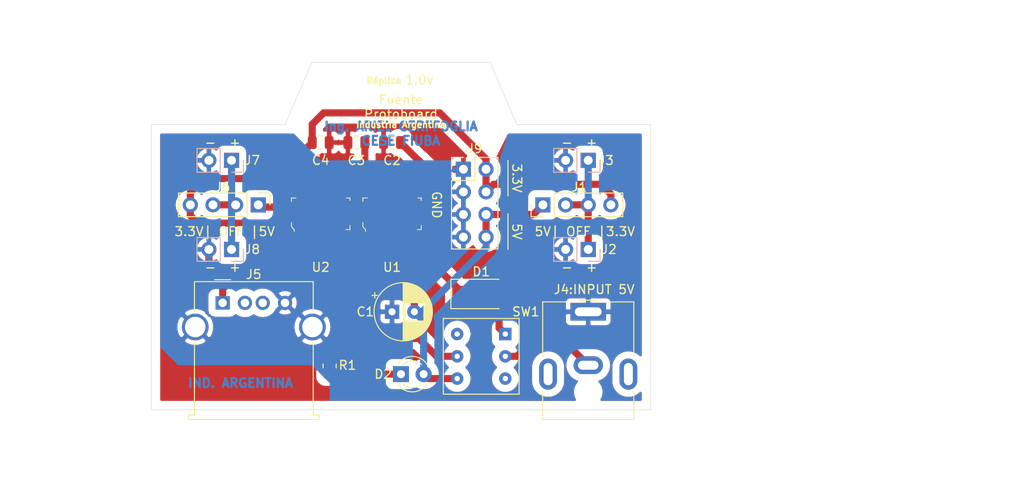
<source format=kicad_pcb>
(kicad_pcb (version 20171130) (host pcbnew "(5.1.10)-1")

  (general
    (thickness 1.6)
    (drawings 42)
    (tracks 86)
    (zones 0)
    (modules 21)
    (nets 15)
  )

  (page A4)
  (layers
    (0 F.Cu signal hide)
    (31 B.Cu signal hide)
    (32 B.Adhes user hide)
    (33 F.Adhes user hide)
    (34 B.Paste user hide)
    (35 F.Paste user hide)
    (36 B.SilkS user)
    (37 F.SilkS user)
    (38 B.Mask user)
    (39 F.Mask user)
    (40 Dwgs.User user)
    (41 Cmts.User user)
    (42 Eco1.User user)
    (43 Eco2.User user)
    (44 Edge.Cuts user)
    (45 Margin user)
    (46 B.CrtYd user)
    (47 F.CrtYd user)
    (48 B.Fab user)
    (49 F.Fab user)
  )

  (setup
    (last_trace_width 0.7)
    (user_trace_width 0.8)
    (trace_clearance 0.8)
    (zone_clearance 0.508)
    (zone_45_only no)
    (trace_min 0.2)
    (via_size 1.6)
    (via_drill 0.8)
    (via_min_size 0.4)
    (via_min_drill 0.3)
    (user_via 1.6 0.8)
    (uvia_size 0.3)
    (uvia_drill 0.1)
    (uvias_allowed no)
    (uvia_min_size 0.2)
    (uvia_min_drill 0.1)
    (edge_width 0.05)
    (segment_width 0.2)
    (pcb_text_width 0.3)
    (pcb_text_size 1.5 1.5)
    (mod_edge_width 0.12)
    (mod_text_size 1 1)
    (mod_text_width 0.15)
    (pad_size 1.524 1.524)
    (pad_drill 0.762)
    (pad_to_mask_clearance 0)
    (aux_axis_origin 0 0)
    (visible_elements 7FFFFFFF)
    (pcbplotparams
      (layerselection 0x010fc_ffffffff)
      (usegerberextensions false)
      (usegerberattributes true)
      (usegerberadvancedattributes true)
      (creategerberjobfile true)
      (excludeedgelayer true)
      (linewidth 0.100000)
      (plotframeref false)
      (viasonmask false)
      (mode 1)
      (useauxorigin false)
      (hpglpennumber 1)
      (hpglpenspeed 20)
      (hpglpendiameter 15.000000)
      (psnegative false)
      (psa4output false)
      (plotreference true)
      (plotvalue true)
      (plotinvisibletext false)
      (padsonsilk false)
      (subtractmaskfromsilk false)
      (outputformat 1)
      (mirror false)
      (drillshape 1)
      (scaleselection 1)
      (outputdirectory ""))
  )

  (net 0 "")
  (net 1 +5V)
  (net 2 Earth)
  (net 3 "Net-(C2-Pad1)")
  (net 4 +3V3)
  (net 5 "Net-(D2-Pad1)")
  (net 6 "Net-(J1-Pad2)")
  (net 7 "Net-(J4-Pad2)")
  (net 8 "Net-(J5-Pad3)")
  (net 9 "Net-(J5-Pad2)")
  (net 10 "Net-(J5-Pad1)")
  (net 11 "Net-(J6-Pad2)")
  (net 12 "Net-(SW1-Pad4)")
  (net 13 "Net-(SW1-Pad3)")
  (net 14 "Net-(D1-Pad2)")

  (net_class Default "This is the default net class."
    (clearance 0.8)
    (trace_width 0.7)
    (via_dia 1.6)
    (via_drill 0.8)
    (uvia_dia 0.3)
    (uvia_drill 0.1)
    (add_net +3V3)
    (add_net +5V)
    (add_net Earth)
    (add_net "Net-(C2-Pad1)")
    (add_net "Net-(D1-Pad2)")
    (add_net "Net-(D2-Pad1)")
    (add_net "Net-(J1-Pad2)")
    (add_net "Net-(J4-Pad2)")
    (add_net "Net-(J5-Pad1)")
    (add_net "Net-(J5-Pad2)")
    (add_net "Net-(J5-Pad3)")
    (add_net "Net-(J6-Pad2)")
    (add_net "Net-(SW1-Pad3)")
    (add_net "Net-(SW1-Pad4)")
  )

  (module digikey-footprints:SOT-223 (layer F.Cu) (tedit 5D28A60E) (tstamp 61016D8E)
    (at 142 50)
    (path /60E280BF)
    (attr smd)
    (fp_text reference U1 (at 0 6) (layer F.SilkS)
      (effects (font (size 1 1) (thickness 0.15)))
    )
    (fp_text value AMS1117-5.0 (at 0.15 5.65) (layer F.Fab)
      (effects (font (size 1 1) (thickness 0.15)))
    )
    (fp_line (start 3.15 -1.65) (end 3.15 1.65) (layer F.Fab) (width 0.1))
    (fp_line (start -3.15 -1.65) (end 3.15 -1.65) (layer F.Fab) (width 0.1))
    (fp_line (start 3.275 -1.775) (end 3.275 -1.475) (layer F.SilkS) (width 0.1))
    (fp_line (start 2.9 -1.775) (end 3.275 -1.775) (layer F.SilkS) (width 0.1))
    (fp_line (start -3.275 -1.775) (end -3.275 -1.375) (layer F.SilkS) (width 0.1))
    (fp_line (start -2.775 -1.775) (end -3.275 -1.775) (layer F.SilkS) (width 0.1))
    (fp_line (start 3.275 1.775) (end 2.825 1.775) (layer F.SilkS) (width 0.1))
    (fp_line (start 3.275 1.3) (end 3.275 1.775) (layer F.SilkS) (width 0.1))
    (fp_line (start -3.15 1.35) (end -2.875 1.65) (layer F.Fab) (width 0.1))
    (fp_line (start 3.15 1.65) (end -2.875 1.65) (layer F.Fab) (width 0.1))
    (fp_line (start -3.15 1.35) (end -3.15 -1.65) (layer F.Fab) (width 0.1))
    (fp_line (start 3.45 -4.45) (end 3.45 4.45) (layer F.CrtYd) (width 0.05))
    (fp_line (start 3.45 -4.45) (end -3.45 -4.45) (layer F.CrtYd) (width 0.05))
    (fp_line (start -3.45 -4.45) (end -3.45 4.45) (layer F.CrtYd) (width 0.05))
    (fp_line (start -3.45 4.45) (end 3.45 4.45) (layer F.CrtYd) (width 0.05))
    (fp_line (start -2.975 1.775) (end -2.975 1.97) (layer F.SilkS) (width 0.1))
    (fp_line (start -3.275 1.45) (end -2.975 1.775) (layer F.SilkS) (width 0.1))
    (fp_line (start -3.275 0.975) (end -3.275 1.45) (layer F.SilkS) (width 0.1))
    (fp_text user %R (at -0.05 0.025) (layer F.Fab)
      (effects (font (size 1 1) (thickness 0.15)))
    )
    (pad 4 smd rect (at 0 -3.15) (size 3.8 2.2) (layers F.Cu F.Paste F.Mask))
    (pad 1 smd rect (at -2.3 3.15) (size 1.5 2.2) (layers F.Cu F.Paste F.Mask)
      (net 2 Earth))
    (pad 2 smd rect (at 0 3.15) (size 1.5 2.2) (layers F.Cu F.Paste F.Mask)
      (net 1 +5V))
    (pad 3 smd rect (at 2.3 3.15) (size 1.5 2.2) (layers F.Cu F.Paste F.Mask)
      (net 3 "Net-(C2-Pad1)"))
    (model ${KIPRJMOD}/3d_models/SOT-223.step
      (at (xyz 0 0 0))
      (scale (xyz 1 1 1))
      (rotate (xyz 0 0 0))
    )
  )

  (module pcb:GPBS850NR1 (layer F.Cu) (tedit 610040E8) (tstamp 610135C8)
    (at 152 66 270)
    (path /60E26283)
    (fp_text reference SW1 (at -5 -5 180) (layer F.SilkS)
      (effects (font (size 1 1) (thickness 0.15)))
    )
    (fp_text value GPBS-850N (at 0 4.2 270) (layer F.Fab)
      (effects (font (size 1 1) (thickness 0.15)))
    )
    (fp_line (start 1.5 -1.5) (end 0 -1.5) (layer F.Fab) (width 0.12))
    (fp_line (start 1.5 1.5) (end 1.5 -1.5) (layer F.Fab) (width 0.12))
    (fp_line (start -1.5 1.5) (end 1.5 1.5) (layer F.Fab) (width 0.12))
    (fp_line (start -1.5 -1.5) (end -1.5 1.5) (layer F.Fab) (width 0.12))
    (fp_line (start 0 -1.5) (end -1.5 -1.5) (layer F.Fab) (width 0.12))
    (fp_line (start 1.95 -1.9) (end 0 -1.9) (layer F.Fab) (width 0.12))
    (fp_line (start 1.95 2) (end 1.95 -1.9) (layer F.Fab) (width 0.12))
    (fp_line (start -1.95 2) (end 1.95 2) (layer F.Fab) (width 0.12))
    (fp_line (start -1.95 -1.9) (end -1.95 2) (layer F.Fab) (width 0.12))
    (fp_line (start 0 -1.9) (end -1.95 -1.9) (layer F.Fab) (width 0.12))
    (fp_line (start -4.2 4.2) (end -4.2 -4.2) (layer F.Fab) (width 0.12))
    (fp_line (start 4.2 4.2) (end -4.2 4.2) (layer F.Fab) (width 0.12))
    (fp_line (start 4.2 -4.2) (end 4.2 4.2) (layer F.Fab) (width 0.12))
    (fp_line (start -4.2 -4.2) (end 4.2 -4.2) (layer F.Fab) (width 0.12))
    (fp_line (start 4.25 -4.25) (end 0 -4.25) (layer F.SilkS) (width 0.12))
    (fp_line (start 4.25 4.25) (end 4.25 -4.25) (layer F.SilkS) (width 0.12))
    (fp_line (start -4.25 4.25) (end 4.25 4.25) (layer F.SilkS) (width 0.12))
    (fp_line (start -4.25 -4.25) (end -4.25 4.25) (layer F.SilkS) (width 0.12))
    (fp_line (start 0 -4.25) (end -4.25 -4.25) (layer F.SilkS) (width 0.12))
    (fp_line (start 0 -4.8) (end -4.8 -4.8) (layer F.CrtYd) (width 0.05))
    (fp_line (start -4.8 -4.8) (end -4.8 4.8) (layer F.CrtYd) (width 0.05))
    (fp_line (start -4.8 4.8) (end 4.8 4.8) (layer F.CrtYd) (width 0.05))
    (fp_line (start 4.8 4.8) (end 4.8 -4.8) (layer F.CrtYd) (width 0.05))
    (fp_line (start 4.8 -4.8) (end 0 -4.8) (layer F.CrtYd) (width 0.05))
    (pad 6 thru_hole circle (at 2.5 2.7 270) (size 1.4 1.4) (drill 0.6) (layers *.Cu *.Mask)
      (net 1 +5V))
    (pad 5 thru_hole circle (at 0 2.7 270) (size 1.4 1.4) (drill 0.6) (layers *.Cu *.Mask)
      (net 10 "Net-(J5-Pad1)"))
    (pad 4 thru_hole circle (at -2.5 2.7 270) (size 1.4 1.4) (drill 0.6) (layers *.Cu *.Mask)
      (net 12 "Net-(SW1-Pad4)"))
    (pad 3 thru_hole circle (at 2.5 -2.7 270) (size 1.4 1.4) (drill 0.6) (layers *.Cu *.Mask)
      (net 13 "Net-(SW1-Pad3)"))
    (pad 2 thru_hole circle (at 0 -2.7 270) (size 1.4 1.4) (drill 0.6) (layers *.Cu *.Mask)
      (net 7 "Net-(J4-Pad2)"))
    (pad 1 thru_hole rect (at -2.5 -2.7 270) (size 1.4 1.4) (drill 0.6) (layers *.Cu *.Mask)
      (net 14 "Net-(D1-Pad2)"))
    (model ${KIPRJMOD}/3d_models/dpdt_pci.stp
      (at (xyz 0 0 0))
      (scale (xyz 0.6 0.35 0.4))
      (rotate (xyz -90 0 90))
    )
  )

  (module Capacitor_THT:CP_Radial_D6.3mm_P2.50mm (layer F.Cu) (tedit 5AE50EF0) (tstamp 6100F53D)
    (at 142 61)
    (descr "CP, Radial series, Radial, pin pitch=2.50mm, , diameter=6.3mm, Electrolytic Capacitor")
    (tags "CP Radial series Radial pin pitch 2.50mm  diameter 6.3mm Electrolytic Capacitor")
    (path /60E2C489)
    (fp_text reference C1 (at -3 0) (layer F.SilkS)
      (effects (font (size 1 1) (thickness 0.15)))
    )
    (fp_text value 100uF (at 1.25 4.4) (layer F.Fab)
      (effects (font (size 1 1) (thickness 0.15)))
    )
    (fp_line (start -1.935241 -2.154) (end -1.935241 -1.524) (layer F.SilkS) (width 0.12))
    (fp_line (start -2.250241 -1.839) (end -1.620241 -1.839) (layer F.SilkS) (width 0.12))
    (fp_line (start 4.491 -0.402) (end 4.491 0.402) (layer F.SilkS) (width 0.12))
    (fp_line (start 4.451 -0.633) (end 4.451 0.633) (layer F.SilkS) (width 0.12))
    (fp_line (start 4.411 -0.802) (end 4.411 0.802) (layer F.SilkS) (width 0.12))
    (fp_line (start 4.371 -0.94) (end 4.371 0.94) (layer F.SilkS) (width 0.12))
    (fp_line (start 4.331 -1.059) (end 4.331 1.059) (layer F.SilkS) (width 0.12))
    (fp_line (start 4.291 -1.165) (end 4.291 1.165) (layer F.SilkS) (width 0.12))
    (fp_line (start 4.251 -1.262) (end 4.251 1.262) (layer F.SilkS) (width 0.12))
    (fp_line (start 4.211 -1.35) (end 4.211 1.35) (layer F.SilkS) (width 0.12))
    (fp_line (start 4.171 -1.432) (end 4.171 1.432) (layer F.SilkS) (width 0.12))
    (fp_line (start 4.131 -1.509) (end 4.131 1.509) (layer F.SilkS) (width 0.12))
    (fp_line (start 4.091 -1.581) (end 4.091 1.581) (layer F.SilkS) (width 0.12))
    (fp_line (start 4.051 -1.65) (end 4.051 1.65) (layer F.SilkS) (width 0.12))
    (fp_line (start 4.011 -1.714) (end 4.011 1.714) (layer F.SilkS) (width 0.12))
    (fp_line (start 3.971 -1.776) (end 3.971 1.776) (layer F.SilkS) (width 0.12))
    (fp_line (start 3.931 -1.834) (end 3.931 1.834) (layer F.SilkS) (width 0.12))
    (fp_line (start 3.891 -1.89) (end 3.891 1.89) (layer F.SilkS) (width 0.12))
    (fp_line (start 3.851 -1.944) (end 3.851 1.944) (layer F.SilkS) (width 0.12))
    (fp_line (start 3.811 -1.995) (end 3.811 1.995) (layer F.SilkS) (width 0.12))
    (fp_line (start 3.771 -2.044) (end 3.771 2.044) (layer F.SilkS) (width 0.12))
    (fp_line (start 3.731 -2.092) (end 3.731 2.092) (layer F.SilkS) (width 0.12))
    (fp_line (start 3.691 -2.137) (end 3.691 2.137) (layer F.SilkS) (width 0.12))
    (fp_line (start 3.651 -2.182) (end 3.651 2.182) (layer F.SilkS) (width 0.12))
    (fp_line (start 3.611 -2.224) (end 3.611 2.224) (layer F.SilkS) (width 0.12))
    (fp_line (start 3.571 -2.265) (end 3.571 2.265) (layer F.SilkS) (width 0.12))
    (fp_line (start 3.531 1.04) (end 3.531 2.305) (layer F.SilkS) (width 0.12))
    (fp_line (start 3.531 -2.305) (end 3.531 -1.04) (layer F.SilkS) (width 0.12))
    (fp_line (start 3.491 1.04) (end 3.491 2.343) (layer F.SilkS) (width 0.12))
    (fp_line (start 3.491 -2.343) (end 3.491 -1.04) (layer F.SilkS) (width 0.12))
    (fp_line (start 3.451 1.04) (end 3.451 2.38) (layer F.SilkS) (width 0.12))
    (fp_line (start 3.451 -2.38) (end 3.451 -1.04) (layer F.SilkS) (width 0.12))
    (fp_line (start 3.411 1.04) (end 3.411 2.416) (layer F.SilkS) (width 0.12))
    (fp_line (start 3.411 -2.416) (end 3.411 -1.04) (layer F.SilkS) (width 0.12))
    (fp_line (start 3.371 1.04) (end 3.371 2.45) (layer F.SilkS) (width 0.12))
    (fp_line (start 3.371 -2.45) (end 3.371 -1.04) (layer F.SilkS) (width 0.12))
    (fp_line (start 3.331 1.04) (end 3.331 2.484) (layer F.SilkS) (width 0.12))
    (fp_line (start 3.331 -2.484) (end 3.331 -1.04) (layer F.SilkS) (width 0.12))
    (fp_line (start 3.291 1.04) (end 3.291 2.516) (layer F.SilkS) (width 0.12))
    (fp_line (start 3.291 -2.516) (end 3.291 -1.04) (layer F.SilkS) (width 0.12))
    (fp_line (start 3.251 1.04) (end 3.251 2.548) (layer F.SilkS) (width 0.12))
    (fp_line (start 3.251 -2.548) (end 3.251 -1.04) (layer F.SilkS) (width 0.12))
    (fp_line (start 3.211 1.04) (end 3.211 2.578) (layer F.SilkS) (width 0.12))
    (fp_line (start 3.211 -2.578) (end 3.211 -1.04) (layer F.SilkS) (width 0.12))
    (fp_line (start 3.171 1.04) (end 3.171 2.607) (layer F.SilkS) (width 0.12))
    (fp_line (start 3.171 -2.607) (end 3.171 -1.04) (layer F.SilkS) (width 0.12))
    (fp_line (start 3.131 1.04) (end 3.131 2.636) (layer F.SilkS) (width 0.12))
    (fp_line (start 3.131 -2.636) (end 3.131 -1.04) (layer F.SilkS) (width 0.12))
    (fp_line (start 3.091 1.04) (end 3.091 2.664) (layer F.SilkS) (width 0.12))
    (fp_line (start 3.091 -2.664) (end 3.091 -1.04) (layer F.SilkS) (width 0.12))
    (fp_line (start 3.051 1.04) (end 3.051 2.69) (layer F.SilkS) (width 0.12))
    (fp_line (start 3.051 -2.69) (end 3.051 -1.04) (layer F.SilkS) (width 0.12))
    (fp_line (start 3.011 1.04) (end 3.011 2.716) (layer F.SilkS) (width 0.12))
    (fp_line (start 3.011 -2.716) (end 3.011 -1.04) (layer F.SilkS) (width 0.12))
    (fp_line (start 2.971 1.04) (end 2.971 2.742) (layer F.SilkS) (width 0.12))
    (fp_line (start 2.971 -2.742) (end 2.971 -1.04) (layer F.SilkS) (width 0.12))
    (fp_line (start 2.931 1.04) (end 2.931 2.766) (layer F.SilkS) (width 0.12))
    (fp_line (start 2.931 -2.766) (end 2.931 -1.04) (layer F.SilkS) (width 0.12))
    (fp_line (start 2.891 1.04) (end 2.891 2.79) (layer F.SilkS) (width 0.12))
    (fp_line (start 2.891 -2.79) (end 2.891 -1.04) (layer F.SilkS) (width 0.12))
    (fp_line (start 2.851 1.04) (end 2.851 2.812) (layer F.SilkS) (width 0.12))
    (fp_line (start 2.851 -2.812) (end 2.851 -1.04) (layer F.SilkS) (width 0.12))
    (fp_line (start 2.811 1.04) (end 2.811 2.834) (layer F.SilkS) (width 0.12))
    (fp_line (start 2.811 -2.834) (end 2.811 -1.04) (layer F.SilkS) (width 0.12))
    (fp_line (start 2.771 1.04) (end 2.771 2.856) (layer F.SilkS) (width 0.12))
    (fp_line (start 2.771 -2.856) (end 2.771 -1.04) (layer F.SilkS) (width 0.12))
    (fp_line (start 2.731 1.04) (end 2.731 2.876) (layer F.SilkS) (width 0.12))
    (fp_line (start 2.731 -2.876) (end 2.731 -1.04) (layer F.SilkS) (width 0.12))
    (fp_line (start 2.691 1.04) (end 2.691 2.896) (layer F.SilkS) (width 0.12))
    (fp_line (start 2.691 -2.896) (end 2.691 -1.04) (layer F.SilkS) (width 0.12))
    (fp_line (start 2.651 1.04) (end 2.651 2.916) (layer F.SilkS) (width 0.12))
    (fp_line (start 2.651 -2.916) (end 2.651 -1.04) (layer F.SilkS) (width 0.12))
    (fp_line (start 2.611 1.04) (end 2.611 2.934) (layer F.SilkS) (width 0.12))
    (fp_line (start 2.611 -2.934) (end 2.611 -1.04) (layer F.SilkS) (width 0.12))
    (fp_line (start 2.571 1.04) (end 2.571 2.952) (layer F.SilkS) (width 0.12))
    (fp_line (start 2.571 -2.952) (end 2.571 -1.04) (layer F.SilkS) (width 0.12))
    (fp_line (start 2.531 1.04) (end 2.531 2.97) (layer F.SilkS) (width 0.12))
    (fp_line (start 2.531 -2.97) (end 2.531 -1.04) (layer F.SilkS) (width 0.12))
    (fp_line (start 2.491 1.04) (end 2.491 2.986) (layer F.SilkS) (width 0.12))
    (fp_line (start 2.491 -2.986) (end 2.491 -1.04) (layer F.SilkS) (width 0.12))
    (fp_line (start 2.451 1.04) (end 2.451 3.002) (layer F.SilkS) (width 0.12))
    (fp_line (start 2.451 -3.002) (end 2.451 -1.04) (layer F.SilkS) (width 0.12))
    (fp_line (start 2.411 1.04) (end 2.411 3.018) (layer F.SilkS) (width 0.12))
    (fp_line (start 2.411 -3.018) (end 2.411 -1.04) (layer F.SilkS) (width 0.12))
    (fp_line (start 2.371 1.04) (end 2.371 3.033) (layer F.SilkS) (width 0.12))
    (fp_line (start 2.371 -3.033) (end 2.371 -1.04) (layer F.SilkS) (width 0.12))
    (fp_line (start 2.331 1.04) (end 2.331 3.047) (layer F.SilkS) (width 0.12))
    (fp_line (start 2.331 -3.047) (end 2.331 -1.04) (layer F.SilkS) (width 0.12))
    (fp_line (start 2.291 1.04) (end 2.291 3.061) (layer F.SilkS) (width 0.12))
    (fp_line (start 2.291 -3.061) (end 2.291 -1.04) (layer F.SilkS) (width 0.12))
    (fp_line (start 2.251 1.04) (end 2.251 3.074) (layer F.SilkS) (width 0.12))
    (fp_line (start 2.251 -3.074) (end 2.251 -1.04) (layer F.SilkS) (width 0.12))
    (fp_line (start 2.211 1.04) (end 2.211 3.086) (layer F.SilkS) (width 0.12))
    (fp_line (start 2.211 -3.086) (end 2.211 -1.04) (layer F.SilkS) (width 0.12))
    (fp_line (start 2.171 1.04) (end 2.171 3.098) (layer F.SilkS) (width 0.12))
    (fp_line (start 2.171 -3.098) (end 2.171 -1.04) (layer F.SilkS) (width 0.12))
    (fp_line (start 2.131 1.04) (end 2.131 3.11) (layer F.SilkS) (width 0.12))
    (fp_line (start 2.131 -3.11) (end 2.131 -1.04) (layer F.SilkS) (width 0.12))
    (fp_line (start 2.091 1.04) (end 2.091 3.121) (layer F.SilkS) (width 0.12))
    (fp_line (start 2.091 -3.121) (end 2.091 -1.04) (layer F.SilkS) (width 0.12))
    (fp_line (start 2.051 1.04) (end 2.051 3.131) (layer F.SilkS) (width 0.12))
    (fp_line (start 2.051 -3.131) (end 2.051 -1.04) (layer F.SilkS) (width 0.12))
    (fp_line (start 2.011 1.04) (end 2.011 3.141) (layer F.SilkS) (width 0.12))
    (fp_line (start 2.011 -3.141) (end 2.011 -1.04) (layer F.SilkS) (width 0.12))
    (fp_line (start 1.971 1.04) (end 1.971 3.15) (layer F.SilkS) (width 0.12))
    (fp_line (start 1.971 -3.15) (end 1.971 -1.04) (layer F.SilkS) (width 0.12))
    (fp_line (start 1.93 1.04) (end 1.93 3.159) (layer F.SilkS) (width 0.12))
    (fp_line (start 1.93 -3.159) (end 1.93 -1.04) (layer F.SilkS) (width 0.12))
    (fp_line (start 1.89 1.04) (end 1.89 3.167) (layer F.SilkS) (width 0.12))
    (fp_line (start 1.89 -3.167) (end 1.89 -1.04) (layer F.SilkS) (width 0.12))
    (fp_line (start 1.85 1.04) (end 1.85 3.175) (layer F.SilkS) (width 0.12))
    (fp_line (start 1.85 -3.175) (end 1.85 -1.04) (layer F.SilkS) (width 0.12))
    (fp_line (start 1.81 1.04) (end 1.81 3.182) (layer F.SilkS) (width 0.12))
    (fp_line (start 1.81 -3.182) (end 1.81 -1.04) (layer F.SilkS) (width 0.12))
    (fp_line (start 1.77 1.04) (end 1.77 3.189) (layer F.SilkS) (width 0.12))
    (fp_line (start 1.77 -3.189) (end 1.77 -1.04) (layer F.SilkS) (width 0.12))
    (fp_line (start 1.73 1.04) (end 1.73 3.195) (layer F.SilkS) (width 0.12))
    (fp_line (start 1.73 -3.195) (end 1.73 -1.04) (layer F.SilkS) (width 0.12))
    (fp_line (start 1.69 1.04) (end 1.69 3.201) (layer F.SilkS) (width 0.12))
    (fp_line (start 1.69 -3.201) (end 1.69 -1.04) (layer F.SilkS) (width 0.12))
    (fp_line (start 1.65 1.04) (end 1.65 3.206) (layer F.SilkS) (width 0.12))
    (fp_line (start 1.65 -3.206) (end 1.65 -1.04) (layer F.SilkS) (width 0.12))
    (fp_line (start 1.61 1.04) (end 1.61 3.211) (layer F.SilkS) (width 0.12))
    (fp_line (start 1.61 -3.211) (end 1.61 -1.04) (layer F.SilkS) (width 0.12))
    (fp_line (start 1.57 1.04) (end 1.57 3.215) (layer F.SilkS) (width 0.12))
    (fp_line (start 1.57 -3.215) (end 1.57 -1.04) (layer F.SilkS) (width 0.12))
    (fp_line (start 1.53 1.04) (end 1.53 3.218) (layer F.SilkS) (width 0.12))
    (fp_line (start 1.53 -3.218) (end 1.53 -1.04) (layer F.SilkS) (width 0.12))
    (fp_line (start 1.49 1.04) (end 1.49 3.222) (layer F.SilkS) (width 0.12))
    (fp_line (start 1.49 -3.222) (end 1.49 -1.04) (layer F.SilkS) (width 0.12))
    (fp_line (start 1.45 -3.224) (end 1.45 3.224) (layer F.SilkS) (width 0.12))
    (fp_line (start 1.41 -3.227) (end 1.41 3.227) (layer F.SilkS) (width 0.12))
    (fp_line (start 1.37 -3.228) (end 1.37 3.228) (layer F.SilkS) (width 0.12))
    (fp_line (start 1.33 -3.23) (end 1.33 3.23) (layer F.SilkS) (width 0.12))
    (fp_line (start 1.29 -3.23) (end 1.29 3.23) (layer F.SilkS) (width 0.12))
    (fp_line (start 1.25 -3.23) (end 1.25 3.23) (layer F.SilkS) (width 0.12))
    (fp_line (start -1.128972 -1.6885) (end -1.128972 -1.0585) (layer F.Fab) (width 0.1))
    (fp_line (start -1.443972 -1.3735) (end -0.813972 -1.3735) (layer F.Fab) (width 0.1))
    (fp_circle (center 1.25 0) (end 4.65 0) (layer F.CrtYd) (width 0.05))
    (fp_circle (center 1.25 0) (end 4.52 0) (layer F.SilkS) (width 0.12))
    (fp_circle (center 1.25 0) (end 4.4 0) (layer F.Fab) (width 0.1))
    (fp_text user %R (at 1.25 0) (layer F.Fab)
      (effects (font (size 1 1) (thickness 0.15)))
    )
    (pad 2 thru_hole circle (at 2.5 0) (size 1.6 1.6) (drill 0.8) (layers *.Cu *.Mask)
      (net 1 +5V))
    (pad 1 thru_hole rect (at 0 0) (size 1.6 1.6) (drill 0.8) (layers *.Cu *.Mask)
      (net 2 Earth))
    (model ${KISYS3DMOD}/Capacitor_THT.3dshapes/CP_Radial_D6.3mm_P2.50mm.wrl
      (at (xyz 0 0 0))
      (scale (xyz 1 1 1.4))
      (rotate (xyz 0 0 0))
    )
  )

  (module Diode_SMD:D_SMA (layer F.Cu) (tedit 586432E5) (tstamp 6100E7C8)
    (at 152 59)
    (descr "Diode SMA (DO-214AC)")
    (tags "Diode SMA (DO-214AC)")
    (path /60E26CDB)
    (attr smd)
    (fp_text reference D1 (at 0 -2.5) (layer F.SilkS)
      (effects (font (size 1 1) (thickness 0.15)))
    )
    (fp_text value M7 (at 0 2.6) (layer F.Fab)
      (effects (font (size 1 1) (thickness 0.15)))
    )
    (fp_line (start -3.4 -1.65) (end 2 -1.65) (layer F.SilkS) (width 0.12))
    (fp_line (start -3.4 1.65) (end 2 1.65) (layer F.SilkS) (width 0.12))
    (fp_line (start -0.64944 0.00102) (end 0.50118 -0.79908) (layer F.Fab) (width 0.1))
    (fp_line (start -0.64944 0.00102) (end 0.50118 0.75032) (layer F.Fab) (width 0.1))
    (fp_line (start 0.50118 0.75032) (end 0.50118 -0.79908) (layer F.Fab) (width 0.1))
    (fp_line (start -0.64944 -0.79908) (end -0.64944 0.80112) (layer F.Fab) (width 0.1))
    (fp_line (start 0.50118 0.00102) (end 1.4994 0.00102) (layer F.Fab) (width 0.1))
    (fp_line (start -0.64944 0.00102) (end -1.55114 0.00102) (layer F.Fab) (width 0.1))
    (fp_line (start -3.5 1.75) (end -3.5 -1.75) (layer F.CrtYd) (width 0.05))
    (fp_line (start 3.5 1.75) (end -3.5 1.75) (layer F.CrtYd) (width 0.05))
    (fp_line (start 3.5 -1.75) (end 3.5 1.75) (layer F.CrtYd) (width 0.05))
    (fp_line (start -3.5 -1.75) (end 3.5 -1.75) (layer F.CrtYd) (width 0.05))
    (fp_line (start 2.3 -1.5) (end -2.3 -1.5) (layer F.Fab) (width 0.1))
    (fp_line (start 2.3 -1.5) (end 2.3 1.5) (layer F.Fab) (width 0.1))
    (fp_line (start -2.3 1.5) (end -2.3 -1.5) (layer F.Fab) (width 0.1))
    (fp_line (start 2.3 1.5) (end -2.3 1.5) (layer F.Fab) (width 0.1))
    (fp_line (start -3.4 -1.65) (end -3.4 1.65) (layer F.SilkS) (width 0.12))
    (fp_text user %R (at 0 -2.5) (layer F.Fab)
      (effects (font (size 1 1) (thickness 0.15)))
    )
    (pad 2 smd rect (at 2 0) (size 2.5 1.8) (layers F.Cu F.Paste F.Mask)
      (net 14 "Net-(D1-Pad2)"))
    (pad 1 smd rect (at -2 0) (size 2.5 1.8) (layers F.Cu F.Paste F.Mask)
      (net 3 "Net-(C2-Pad1)"))
    (model ${KISYS3DMOD}/Diode_SMD.3dshapes/D_SMA.wrl
      (at (xyz 0 0 0))
      (scale (xyz 1 1 1))
      (rotate (xyz 0 0 0))
    )
  )

  (module digikey-footprints:SOT-223 (layer F.Cu) (tedit 5D28A60E) (tstamp 61016DDC)
    (at 134 50)
    (path /60E29CD7)
    (attr smd)
    (fp_text reference U2 (at 0 6) (layer F.SilkS)
      (effects (font (size 1 1) (thickness 0.15)))
    )
    (fp_text value AMS1117-3.3 (at 0.15 5.65) (layer F.Fab)
      (effects (font (size 1 1) (thickness 0.15)))
    )
    (fp_line (start 3.15 -1.65) (end 3.15 1.65) (layer F.Fab) (width 0.1))
    (fp_line (start -3.15 -1.65) (end 3.15 -1.65) (layer F.Fab) (width 0.1))
    (fp_line (start 3.275 -1.775) (end 3.275 -1.475) (layer F.SilkS) (width 0.1))
    (fp_line (start 2.9 -1.775) (end 3.275 -1.775) (layer F.SilkS) (width 0.1))
    (fp_line (start -3.275 -1.775) (end -3.275 -1.375) (layer F.SilkS) (width 0.1))
    (fp_line (start -2.775 -1.775) (end -3.275 -1.775) (layer F.SilkS) (width 0.1))
    (fp_line (start 3.275 1.775) (end 2.825 1.775) (layer F.SilkS) (width 0.1))
    (fp_line (start 3.275 1.3) (end 3.275 1.775) (layer F.SilkS) (width 0.1))
    (fp_line (start -3.15 1.35) (end -2.875 1.65) (layer F.Fab) (width 0.1))
    (fp_line (start 3.15 1.65) (end -2.875 1.65) (layer F.Fab) (width 0.1))
    (fp_line (start -3.15 1.35) (end -3.15 -1.65) (layer F.Fab) (width 0.1))
    (fp_line (start 3.45 -4.45) (end 3.45 4.45) (layer F.CrtYd) (width 0.05))
    (fp_line (start 3.45 -4.45) (end -3.45 -4.45) (layer F.CrtYd) (width 0.05))
    (fp_line (start -3.45 -4.45) (end -3.45 4.45) (layer F.CrtYd) (width 0.05))
    (fp_line (start -3.45 4.45) (end 3.45 4.45) (layer F.CrtYd) (width 0.05))
    (fp_line (start -2.975 1.775) (end -2.975 1.97) (layer F.SilkS) (width 0.1))
    (fp_line (start -3.275 1.45) (end -2.975 1.775) (layer F.SilkS) (width 0.1))
    (fp_line (start -3.275 0.975) (end -3.275 1.45) (layer F.SilkS) (width 0.1))
    (fp_text user %R (at -0.05 0.025) (layer F.Fab)
      (effects (font (size 1 1) (thickness 0.15)))
    )
    (pad 4 smd rect (at 0 -3.15) (size 3.8 2.2) (layers F.Cu F.Paste F.Mask))
    (pad 1 smd rect (at -2.3 3.15) (size 1.5 2.2) (layers F.Cu F.Paste F.Mask)
      (net 2 Earth))
    (pad 2 smd rect (at 0 3.15) (size 1.5 2.2) (layers F.Cu F.Paste F.Mask)
      (net 4 +3V3))
    (pad 3 smd rect (at 2.3 3.15) (size 1.5 2.2) (layers F.Cu F.Paste F.Mask)
      (net 1 +5V))
    (model ${KIPRJMOD}/3d_models/SOT-223.step
      (at (xyz 0 0 0))
      (scale (xyz 1 1 1))
      (rotate (xyz 0 0 0))
    )
  )

  (module Resistor_SMD:R_0805_2012Metric (layer F.Cu) (tedit 5F68FEEE) (tstamp 61007EE1)
    (at 135 67.0875 90)
    (descr "Resistor SMD 0805 (2012 Metric), square (rectangular) end terminal, IPC_7351 nominal, (Body size source: IPC-SM-782 page 72, https://www.pcb-3d.com/wordpress/wp-content/uploads/ipc-sm-782a_amendment_1_and_2.pdf), generated with kicad-footprint-generator")
    (tags resistor)
    (path /60E2E0C0)
    (attr smd)
    (fp_text reference R1 (at 0.0875 2 180) (layer F.SilkS)
      (effects (font (size 1 1) (thickness 0.15)))
    )
    (fp_text value 470 (at 0 1.65 90) (layer F.Fab)
      (effects (font (size 1 1) (thickness 0.15)))
    )
    (fp_line (start 1.68 0.95) (end -1.68 0.95) (layer F.CrtYd) (width 0.05))
    (fp_line (start 1.68 -0.95) (end 1.68 0.95) (layer F.CrtYd) (width 0.05))
    (fp_line (start -1.68 -0.95) (end 1.68 -0.95) (layer F.CrtYd) (width 0.05))
    (fp_line (start -1.68 0.95) (end -1.68 -0.95) (layer F.CrtYd) (width 0.05))
    (fp_line (start -0.227064 0.735) (end 0.227064 0.735) (layer F.SilkS) (width 0.12))
    (fp_line (start -0.227064 -0.735) (end 0.227064 -0.735) (layer F.SilkS) (width 0.12))
    (fp_line (start 1 0.625) (end -1 0.625) (layer F.Fab) (width 0.1))
    (fp_line (start 1 -0.625) (end 1 0.625) (layer F.Fab) (width 0.1))
    (fp_line (start -1 -0.625) (end 1 -0.625) (layer F.Fab) (width 0.1))
    (fp_line (start -1 0.625) (end -1 -0.625) (layer F.Fab) (width 0.1))
    (fp_text user %R (at 0 0 90) (layer F.Fab)
      (effects (font (size 0.5 0.5) (thickness 0.08)))
    )
    (pad 2 smd roundrect (at 0.9125 0 90) (size 1.025 1.4) (layers F.Cu F.Paste F.Mask) (roundrect_rratio 0.243902)
      (net 2 Earth))
    (pad 1 smd roundrect (at -0.9125 0 90) (size 1.025 1.4) (layers F.Cu F.Paste F.Mask) (roundrect_rratio 0.243902)
      (net 5 "Net-(D2-Pad1)"))
    (model ${KISYS3DMOD}/Resistor_SMD.3dshapes/R_0805_2012Metric.wrl
      (at (xyz 0 0 0))
      (scale (xyz 1 1 1))
      (rotate (xyz 0 0 0))
    )
  )

  (module Connector_PinHeader_2.54mm:PinHeader_2x04_P2.54mm_Vertical (layer F.Cu) (tedit 59FED5CC) (tstamp 61007ED0)
    (at 150 45)
    (descr "Through hole straight pin header, 2x04, 2.54mm pitch, double rows")
    (tags "Through hole pin header THT 2x04 2.54mm double row")
    (path /60EA45B1)
    (fp_text reference J9 (at 1.27 -2.33) (layer F.SilkS)
      (effects (font (size 1 1) (thickness 0.15)))
    )
    (fp_text value Conn_02x04_Odd_Even (at 1.27 9.95) (layer F.Fab)
      (effects (font (size 1 1) (thickness 0.15)))
    )
    (fp_line (start 0 -1.27) (end 3.81 -1.27) (layer F.Fab) (width 0.1))
    (fp_line (start 3.81 -1.27) (end 3.81 8.89) (layer F.Fab) (width 0.1))
    (fp_line (start 3.81 8.89) (end -1.27 8.89) (layer F.Fab) (width 0.1))
    (fp_line (start -1.27 8.89) (end -1.27 0) (layer F.Fab) (width 0.1))
    (fp_line (start -1.27 0) (end 0 -1.27) (layer F.Fab) (width 0.1))
    (fp_line (start -1.33 8.95) (end 3.87 8.95) (layer F.SilkS) (width 0.12))
    (fp_line (start -1.33 1.27) (end -1.33 8.95) (layer F.SilkS) (width 0.12))
    (fp_line (start 3.87 -1.33) (end 3.87 8.95) (layer F.SilkS) (width 0.12))
    (fp_line (start -1.33 1.27) (end 1.27 1.27) (layer F.SilkS) (width 0.12))
    (fp_line (start 1.27 1.27) (end 1.27 -1.33) (layer F.SilkS) (width 0.12))
    (fp_line (start 1.27 -1.33) (end 3.87 -1.33) (layer F.SilkS) (width 0.12))
    (fp_line (start -1.33 0) (end -1.33 -1.33) (layer F.SilkS) (width 0.12))
    (fp_line (start -1.33 -1.33) (end 0 -1.33) (layer F.SilkS) (width 0.12))
    (fp_line (start -1.8 -1.8) (end -1.8 9.4) (layer F.CrtYd) (width 0.05))
    (fp_line (start -1.8 9.4) (end 4.35 9.4) (layer F.CrtYd) (width 0.05))
    (fp_line (start 4.35 9.4) (end 4.35 -1.8) (layer F.CrtYd) (width 0.05))
    (fp_line (start 4.35 -1.8) (end -1.8 -1.8) (layer F.CrtYd) (width 0.05))
    (fp_text user %R (at 1.27 3.81 90) (layer F.Fab)
      (effects (font (size 1 1) (thickness 0.15)))
    )
    (pad 1 thru_hole rect (at 0 0) (size 1.7 1.7) (drill 1) (layers *.Cu *.Mask)
      (net 2 Earth))
    (pad 2 thru_hole oval (at 2.54 0) (size 1.7 1.7) (drill 1) (layers *.Cu *.Mask)
      (net 4 +3V3))
    (pad 3 thru_hole oval (at 0 2.54) (size 1.7 1.7) (drill 1) (layers *.Cu *.Mask)
      (net 2 Earth))
    (pad 4 thru_hole oval (at 2.54 2.54) (size 1.7 1.7) (drill 1) (layers *.Cu *.Mask)
      (net 4 +3V3))
    (pad 5 thru_hole oval (at 0 5.08) (size 1.7 1.7) (drill 1) (layers *.Cu *.Mask)
      (net 2 Earth))
    (pad 6 thru_hole oval (at 2.54 5.08) (size 1.7 1.7) (drill 1) (layers *.Cu *.Mask)
      (net 1 +5V))
    (pad 7 thru_hole oval (at 0 7.62) (size 1.7 1.7) (drill 1) (layers *.Cu *.Mask)
      (net 2 Earth))
    (pad 8 thru_hole oval (at 2.54 7.62) (size 1.7 1.7) (drill 1) (layers *.Cu *.Mask)
      (net 1 +5V))
    (model ${KISYS3DMOD}/Connector_PinHeader_2.54mm.3dshapes/PinHeader_2x04_P2.54mm_Vertical.wrl
      (at (xyz 0 0 0))
      (scale (xyz 1 1 1))
      (rotate (xyz 0 0 0))
    )
  )

  (module Connector_PinHeader_2.54mm:PinHeader_1x02_P2.54mm_Vertical (layer B.Cu) (tedit 59FED5CC) (tstamp 61007EB2)
    (at 124 54 90)
    (descr "Through hole straight pin header, 1x02, 2.54mm pitch, single row")
    (tags "Through hole pin header THT 1x02 2.54mm single row")
    (path /60E9886E)
    (fp_text reference J8 (at 0 2.33) (layer F.SilkS)
      (effects (font (size 1 1) (thickness 0.15)))
    )
    (fp_text value Conn_01x02 (at 2 -1) (layer B.Fab)
      (effects (font (size 1 1) (thickness 0.15)) (justify mirror))
    )
    (fp_line (start 1.8 1.8) (end -1.8 1.8) (layer B.CrtYd) (width 0.05))
    (fp_line (start 1.8 -4.35) (end 1.8 1.8) (layer B.CrtYd) (width 0.05))
    (fp_line (start -1.8 -4.35) (end 1.8 -4.35) (layer B.CrtYd) (width 0.05))
    (fp_line (start -1.8 1.8) (end -1.8 -4.35) (layer B.CrtYd) (width 0.05))
    (fp_line (start -1.33 1.33) (end 0 1.33) (layer B.SilkS) (width 0.12))
    (fp_line (start -1.33 0) (end -1.33 1.33) (layer B.SilkS) (width 0.12))
    (fp_line (start -1.33 -1.27) (end 1.33 -1.27) (layer B.SilkS) (width 0.12))
    (fp_line (start 1.33 -1.27) (end 1.33 -3.87) (layer B.SilkS) (width 0.12))
    (fp_line (start -1.33 -1.27) (end -1.33 -3.87) (layer B.SilkS) (width 0.12))
    (fp_line (start -1.33 -3.87) (end 1.33 -3.87) (layer B.SilkS) (width 0.12))
    (fp_line (start -1.27 0.635) (end -0.635 1.27) (layer B.Fab) (width 0.1))
    (fp_line (start -1.27 -3.81) (end -1.27 0.635) (layer B.Fab) (width 0.1))
    (fp_line (start 1.27 -3.81) (end -1.27 -3.81) (layer B.Fab) (width 0.1))
    (fp_line (start 1.27 1.27) (end 1.27 -3.81) (layer B.Fab) (width 0.1))
    (fp_line (start -0.635 1.27) (end 1.27 1.27) (layer B.Fab) (width 0.1))
    (fp_text user %R (at 0 -1.27) (layer B.Fab)
      (effects (font (size 1 1) (thickness 0.15)) (justify mirror))
    )
    (pad 2 thru_hole oval (at 0 -2.54 90) (size 1.7 1.7) (drill 1) (layers *.Cu *.Mask)
      (net 2 Earth))
    (pad 1 thru_hole rect (at 0 0 90) (size 1.7 1.7) (drill 1) (layers *.Cu *.Mask)
      (net 11 "Net-(J6-Pad2)"))
    (model ${KISYS3DMOD}/Connector_PinHeader_2.54mm.3dshapes/PinHeader_1x02_P2.54mm_Vertical.wrl
      (at (xyz 0 0 0))
      (scale (xyz 1 1 1))
      (rotate (xyz 0 0 0))
    )
  )

  (module Connector_PinHeader_2.54mm:PinHeader_1x02_P2.54mm_Vertical (layer B.Cu) (tedit 59FED5CC) (tstamp 61007E9C)
    (at 124 44 90)
    (descr "Through hole straight pin header, 1x02, 2.54mm pitch, single row")
    (tags "Through hole pin header THT 1x02 2.54mm single row")
    (path /60E98864)
    (fp_text reference J7 (at 0 2.33) (layer F.SilkS)
      (effects (font (size 1 1) (thickness 0.15)))
    )
    (fp_text value Conn_01x02 (at 2 -1) (layer B.Fab)
      (effects (font (size 1 1) (thickness 0.15)) (justify mirror))
    )
    (fp_line (start 1.8 1.8) (end -1.8 1.8) (layer B.CrtYd) (width 0.05))
    (fp_line (start 1.8 -4.35) (end 1.8 1.8) (layer B.CrtYd) (width 0.05))
    (fp_line (start -1.8 -4.35) (end 1.8 -4.35) (layer B.CrtYd) (width 0.05))
    (fp_line (start -1.8 1.8) (end -1.8 -4.35) (layer B.CrtYd) (width 0.05))
    (fp_line (start -1.33 1.33) (end 0 1.33) (layer B.SilkS) (width 0.12))
    (fp_line (start -1.33 0) (end -1.33 1.33) (layer B.SilkS) (width 0.12))
    (fp_line (start -1.33 -1.27) (end 1.33 -1.27) (layer B.SilkS) (width 0.12))
    (fp_line (start 1.33 -1.27) (end 1.33 -3.87) (layer B.SilkS) (width 0.12))
    (fp_line (start -1.33 -1.27) (end -1.33 -3.87) (layer B.SilkS) (width 0.12))
    (fp_line (start -1.33 -3.87) (end 1.33 -3.87) (layer B.SilkS) (width 0.12))
    (fp_line (start -1.27 0.635) (end -0.635 1.27) (layer B.Fab) (width 0.1))
    (fp_line (start -1.27 -3.81) (end -1.27 0.635) (layer B.Fab) (width 0.1))
    (fp_line (start 1.27 -3.81) (end -1.27 -3.81) (layer B.Fab) (width 0.1))
    (fp_line (start 1.27 1.27) (end 1.27 -3.81) (layer B.Fab) (width 0.1))
    (fp_line (start -0.635 1.27) (end 1.27 1.27) (layer B.Fab) (width 0.1))
    (fp_text user %R (at 0 -1.27) (layer B.Fab)
      (effects (font (size 1 1) (thickness 0.15)) (justify mirror))
    )
    (pad 2 thru_hole oval (at 0 -2.54 90) (size 1.7 1.7) (drill 1) (layers *.Cu *.Mask)
      (net 2 Earth))
    (pad 1 thru_hole rect (at 0 0 90) (size 1.7 1.7) (drill 1) (layers *.Cu *.Mask)
      (net 11 "Net-(J6-Pad2)"))
    (model ${KISYS3DMOD}/Connector_PinHeader_2.54mm.3dshapes/PinHeader_1x02_P2.54mm_Vertical.wrl
      (at (xyz 0 0 0))
      (scale (xyz 1 1 1))
      (rotate (xyz 0 0 0))
    )
  )

  (module Connector_PinHeader_2.54mm:PinHeader_1x04_P2.54mm_Vertical (layer F.Cu) (tedit 59FED5CC) (tstamp 61007E86)
    (at 127 49 270)
    (descr "Through hole straight pin header, 1x04, 2.54mm pitch, single row")
    (tags "Through hole pin header THT 1x04 2.54mm single row")
    (path /60E9885A)
    (fp_text reference J6 (at -2 4) (layer F.SilkS)
      (effects (font (size 1 1) (thickness 0.15)))
    )
    (fp_text value Conn_01x04 (at 0 9.95 90) (layer F.Fab)
      (effects (font (size 1 1) (thickness 0.15)))
    )
    (fp_line (start 1.8 -1.8) (end -1.8 -1.8) (layer F.CrtYd) (width 0.05))
    (fp_line (start 1.8 9.4) (end 1.8 -1.8) (layer F.CrtYd) (width 0.05))
    (fp_line (start -1.8 9.4) (end 1.8 9.4) (layer F.CrtYd) (width 0.05))
    (fp_line (start -1.8 -1.8) (end -1.8 9.4) (layer F.CrtYd) (width 0.05))
    (fp_line (start -1.33 -1.33) (end 0 -1.33) (layer F.SilkS) (width 0.12))
    (fp_line (start -1.33 0) (end -1.33 -1.33) (layer F.SilkS) (width 0.12))
    (fp_line (start -1.33 1.27) (end 1.33 1.27) (layer F.SilkS) (width 0.12))
    (fp_line (start 1.33 1.27) (end 1.33 8.95) (layer F.SilkS) (width 0.12))
    (fp_line (start -1.33 1.27) (end -1.33 8.95) (layer F.SilkS) (width 0.12))
    (fp_line (start -1.33 8.95) (end 1.33 8.95) (layer F.SilkS) (width 0.12))
    (fp_line (start -1.27 -0.635) (end -0.635 -1.27) (layer F.Fab) (width 0.1))
    (fp_line (start -1.27 8.89) (end -1.27 -0.635) (layer F.Fab) (width 0.1))
    (fp_line (start 1.27 8.89) (end -1.27 8.89) (layer F.Fab) (width 0.1))
    (fp_line (start 1.27 -1.27) (end 1.27 8.89) (layer F.Fab) (width 0.1))
    (fp_line (start -0.635 -1.27) (end 1.27 -1.27) (layer F.Fab) (width 0.1))
    (fp_text user %R (at 0 3.81) (layer F.Fab)
      (effects (font (size 1 1) (thickness 0.15)))
    )
    (pad 4 thru_hole oval (at 0 7.62 270) (size 1.7 1.7) (drill 1) (layers *.Cu *.Mask)
      (net 4 +3V3))
    (pad 3 thru_hole oval (at 0 5.08 270) (size 1.7 1.7) (drill 1) (layers *.Cu *.Mask)
      (net 11 "Net-(J6-Pad2)"))
    (pad 2 thru_hole oval (at 0 2.54 270) (size 1.7 1.7) (drill 1) (layers *.Cu *.Mask)
      (net 11 "Net-(J6-Pad2)"))
    (pad 1 thru_hole rect (at 0 0 270) (size 1.7 1.7) (drill 1) (layers *.Cu *.Mask)
      (net 1 +5V))
    (model ${KISYS3DMOD}/Connector_PinHeader_2.54mm.3dshapes/PinHeader_1x04_P2.54mm_Vertical.wrl
      (at (xyz 0 0 0))
      (scale (xyz 1 1 1))
      (rotate (xyz 0 0 0))
    )
  )

  (module Connector_USB:USB_A_Molex_67643_Horizontal (layer F.Cu) (tedit 5EA03975) (tstamp 610157AB)
    (at 123 60)
    (descr "USB type A, Horizontal, https://www.molex.com/pdm_docs/sd/676433910_sd.pdf")
    (tags "USB_A Female Connector receptacle")
    (path /60E2421F)
    (clearance 0.4)
    (fp_text reference J5 (at 3.5 -3.19) (layer F.SilkS)
      (effects (font (size 1 1) (thickness 0.15)))
    )
    (fp_text value USB_A (at 3.5 14.5) (layer F.Fab)
      (effects (font (size 1 1) (thickness 0.15)))
    )
    (fp_line (start 0 -1.27) (end 1 -2.27) (layer F.Fab) (width 0.1))
    (fp_line (start -1 -2.27) (end 0 -1.27) (layer F.Fab) (width 0.1))
    (fp_line (start -0.9 -2.6) (end 0.9 -2.6) (layer F.SilkS) (width 0.12))
    (fp_line (start -3.05 12.69) (end -3.7 12.69) (layer F.Fab) (width 0.1))
    (fp_line (start 10.81 12.58) (end 10.16 12.58) (layer F.SilkS) (width 0.12))
    (fp_line (start -3.81 12.58) (end -3.81 13.1) (layer F.SilkS) (width 0.12))
    (fp_line (start 10.16 4.47) (end 10.16 12.58) (layer F.SilkS) (width 0.12))
    (fp_line (start -3.81 13.1) (end 10.81 13.1) (layer F.SilkS) (width 0.12))
    (fp_line (start 10.81 13.1) (end 10.81 12.58) (layer F.SilkS) (width 0.12))
    (fp_line (start -3.05 12.69) (end -3.05 -2.27) (layer F.Fab) (width 0.1))
    (fp_line (start 10.16 -2.38) (end 10.16 0.95) (layer F.SilkS) (width 0.12))
    (fp_line (start -3.16 -2.38) (end -3.16 0.95) (layer F.SilkS) (width 0.12))
    (fp_line (start -3.16 -2.38) (end 10.16 -2.38) (layer F.SilkS) (width 0.12))
    (fp_line (start -3.55 12.19) (end -3.55 4.66) (layer F.CrtYd) (width 0.05))
    (fp_line (start -4.2 12.19) (end -3.55 12.19) (layer F.CrtYd) (width 0.05))
    (fp_line (start -4.2 13.49) (end -4.2 12.19) (layer F.CrtYd) (width 0.05))
    (fp_line (start 10.55 12.19) (end 10.55 4.66) (layer F.CrtYd) (width 0.05))
    (fp_line (start 11.2 12.19) (end 10.55 12.19) (layer F.CrtYd) (width 0.05))
    (fp_line (start 11.2 13.49) (end 11.2 12.19) (layer F.CrtYd) (width 0.05))
    (fp_line (start -4.2 13.49) (end 11.2 13.49) (layer F.CrtYd) (width 0.05))
    (fp_line (start -3.55 -2.77) (end -3.55 0.76) (layer F.CrtYd) (width 0.05))
    (fp_line (start 10.55 -2.77) (end 10.55 0.76) (layer F.CrtYd) (width 0.05))
    (fp_line (start -3.55 -2.77) (end 10.55 -2.77) (layer F.CrtYd) (width 0.05))
    (fp_line (start -3.05 9.27) (end 10.05 9.27) (layer F.Fab) (width 0.1))
    (fp_line (start 10.7 12.69) (end 10.05 12.69) (layer F.Fab) (width 0.1))
    (fp_line (start 10.7 12.99) (end 10.7 12.69) (layer F.Fab) (width 0.1))
    (fp_line (start -3.7 12.99) (end 10.7 12.99) (layer F.Fab) (width 0.1))
    (fp_line (start -3.7 12.69) (end -3.7 12.99) (layer F.Fab) (width 0.1))
    (fp_line (start -3.16 12.58) (end -3.81 12.58) (layer F.SilkS) (width 0.12))
    (fp_line (start -3.16 12.58) (end -3.16 4.47) (layer F.SilkS) (width 0.12))
    (fp_line (start 10.05 -2.27) (end 10.05 12.69) (layer F.Fab) (width 0.1))
    (fp_line (start -3.05 -2.27) (end 10.05 -2.27) (layer F.Fab) (width 0.1))
    (fp_arc (start 10.07 2.71) (end 10.55 4.66) (angle -152.3426981) (layer F.CrtYd) (width 0.05))
    (fp_arc (start -3.07 2.71) (end -3.55 0.76) (angle -152.3426981) (layer F.CrtYd) (width 0.05))
    (fp_text user %R (at 3.5 3.7) (layer F.Fab)
      (effects (font (size 1 1) (thickness 0.15)))
    )
    (pad 4 thru_hole circle (at 7 0) (size 1.6 1.6) (drill 0.95) (layers *.Cu *.Mask)
      (net 2 Earth))
    (pad 3 thru_hole circle (at 4.5 0) (size 1.6 1.6) (drill 0.95) (layers *.Cu *.Mask)
      (net 8 "Net-(J5-Pad3)"))
    (pad 2 thru_hole circle (at 2.5 0) (size 1.6 1.6) (drill 0.95) (layers *.Cu *.Mask)
      (net 9 "Net-(J5-Pad2)"))
    (pad 1 thru_hole rect (at 0 0) (size 1.6 1.5) (drill 0.95) (layers *.Cu *.Mask)
      (net 10 "Net-(J5-Pad1)"))
    (pad 5 thru_hole circle (at 10.07 2.71) (size 3 3) (drill 2.3) (layers *.Cu *.Mask)
      (net 2 Earth))
    (pad 5 thru_hole circle (at -3.07 2.71) (size 3 3) (drill 2.3) (layers *.Cu *.Mask)
      (net 2 Earth))
    (model ${KISYS3DMOD}/Connector_USB.3dshapes/USB_A_Molex_67643_Horizontal.wrl
      (at (xyz 0 0 0))
      (scale (xyz 1 1 1))
      (rotate (xyz 0 0 0))
    )
    (model ${KIPRJMOD}/3d_models/USB_A_CNCTech_1001-011-01101_Horizontal.wrl
      (offset (xyz 3.5 -9.5 1.5))
      (scale (xyz 1 1.2 1))
      (rotate (xyz 0 0 90))
    )
  )

  (module Connector_BarrelJack:BarrelJack_CUI_PJ-063AH_Horizontal (layer F.Cu) (tedit 5B0886BD) (tstamp 61007E41)
    (at 164 61)
    (descr "Barrel Jack, 2.0mm ID, 5.5mm OD, 24V, 8A, no switch, https://www.cui.com/product/resource/pj-063ah.pdf")
    (tags "barrel jack cui dc power")
    (path /60E23464)
    (fp_text reference J4 (at -3 -2.5) (layer F.SilkS)
      (effects (font (size 1 1) (thickness 0.15)))
    )
    (fp_text value Conn_01x02 (at 0 13) (layer F.Fab)
      (effects (font (size 1 1) (thickness 0.15)))
    )
    (fp_line (start 6 -1.5) (end -6 -1.5) (layer F.CrtYd) (width 0.05))
    (fp_line (start 6 12.5) (end 6 -1.5) (layer F.CrtYd) (width 0.05))
    (fp_line (start -6 12.5) (end 6 12.5) (layer F.CrtYd) (width 0.05))
    (fp_line (start -6 -1.5) (end -6 12.5) (layer F.CrtYd) (width 0.05))
    (fp_line (start -1 -1.3) (end 1 -1.3) (layer F.SilkS) (width 0.12))
    (fp_line (start -5.11 12.11) (end -5.11 9.05) (layer F.SilkS) (width 0.12))
    (fp_line (start 5.11 12.11) (end -5.11 12.11) (layer F.SilkS) (width 0.12))
    (fp_line (start 5.11 9.05) (end 5.11 12.11) (layer F.SilkS) (width 0.12))
    (fp_line (start 5.11 -1.11) (end 5.11 4.95) (layer F.SilkS) (width 0.12))
    (fp_line (start 2.3 -1.11) (end 5.11 -1.11) (layer F.SilkS) (width 0.12))
    (fp_line (start -5.11 -1.11) (end -2.3 -1.11) (layer F.SilkS) (width 0.12))
    (fp_line (start -5.11 4.95) (end -5.11 -1.11) (layer F.SilkS) (width 0.12))
    (fp_line (start -5 12) (end -5 -1) (layer F.Fab) (width 0.1))
    (fp_line (start 5 12) (end -5 12) (layer F.Fab) (width 0.1))
    (fp_line (start 5 -1) (end 5 12) (layer F.Fab) (width 0.1))
    (fp_line (start 1 -1) (end 5 -1) (layer F.Fab) (width 0.1))
    (fp_line (start 0 0) (end 1 -1) (layer F.Fab) (width 0.1))
    (fp_line (start -1 -1) (end 0 0) (layer F.Fab) (width 0.1))
    (fp_line (start -5 -1) (end -1 -1) (layer F.Fab) (width 0.1))
    (fp_text user %R (at 0 5.5) (layer F.Fab)
      (effects (font (size 1 1) (thickness 0.15)))
    )
    (pad "" np_thru_hole circle (at 0 9) (size 1.6 1.6) (drill 1.6) (layers *.Cu *.Mask))
    (pad MP thru_hole oval (at 4.5 7) (size 2 3.5) (drill oval 1 2.5) (layers *.Cu *.Mask))
    (pad MP thru_hole oval (at -4.5 7) (size 2 3.5) (drill oval 1 2.5) (layers *.Cu *.Mask))
    (pad 2 thru_hole oval (at 0 6) (size 3.3 2) (drill oval 2.3 1) (layers *.Cu *.Mask)
      (net 7 "Net-(J4-Pad2)"))
    (pad 1 thru_hole rect (at 0 0) (size 4 2) (drill oval 3 1) (layers *.Cu *.Mask)
      (net 2 Earth))
    (model ${KISYS3DMOD}/Connector_BarrelJack.3dshapes/BarrelJack_CUI_PJ-063AH_Horizontal.wrl
      (at (xyz 0 0 0))
      (scale (xyz 1 1 1))
      (rotate (xyz 0 0 0))
    )
  )

  (module Connector_PinHeader_2.54mm:PinHeader_1x02_P2.54mm_Vertical (layer B.Cu) (tedit 59FED5CC) (tstamp 61007E24)
    (at 164 44 90)
    (descr "Through hole straight pin header, 1x02, 2.54mm pitch, single row")
    (tags "Through hole pin header THT 1x02 2.54mm single row")
    (path /60E63F5A)
    (fp_text reference J3 (at 0 2 180) (layer F.SilkS)
      (effects (font (size 1 1) (thickness 0.15)))
    )
    (fp_text value Conn_01x02 (at 0 -4.87 270) (layer B.Fab)
      (effects (font (size 1 1) (thickness 0.15)) (justify mirror))
    )
    (fp_line (start 1.8 1.8) (end -1.8 1.8) (layer B.CrtYd) (width 0.05))
    (fp_line (start 1.8 -4.35) (end 1.8 1.8) (layer B.CrtYd) (width 0.05))
    (fp_line (start -1.8 -4.35) (end 1.8 -4.35) (layer B.CrtYd) (width 0.05))
    (fp_line (start -1.8 1.8) (end -1.8 -4.35) (layer B.CrtYd) (width 0.05))
    (fp_line (start -1.33 1.33) (end 0 1.33) (layer B.SilkS) (width 0.12))
    (fp_line (start -1.33 0) (end -1.33 1.33) (layer B.SilkS) (width 0.12))
    (fp_line (start -1.33 -1.27) (end 1.33 -1.27) (layer B.SilkS) (width 0.12))
    (fp_line (start 1.33 -1.27) (end 1.33 -3.87) (layer B.SilkS) (width 0.12))
    (fp_line (start -1.33 -1.27) (end -1.33 -3.87) (layer B.SilkS) (width 0.12))
    (fp_line (start -1.33 -3.87) (end 1.33 -3.87) (layer B.SilkS) (width 0.12))
    (fp_line (start -1.27 0.635) (end -0.635 1.27) (layer B.Fab) (width 0.1))
    (fp_line (start -1.27 -3.81) (end -1.27 0.635) (layer B.Fab) (width 0.1))
    (fp_line (start 1.27 -3.81) (end -1.27 -3.81) (layer B.Fab) (width 0.1))
    (fp_line (start 1.27 1.27) (end 1.27 -3.81) (layer B.Fab) (width 0.1))
    (fp_line (start -0.635 1.27) (end 1.27 1.27) (layer B.Fab) (width 0.1))
    (fp_text user %R (at 0 -1.27) (layer B.Fab)
      (effects (font (size 1 1) (thickness 0.15)) (justify mirror))
    )
    (pad 2 thru_hole oval (at 0 -2.54 90) (size 1.7 1.7) (drill 1) (layers *.Cu *.Mask)
      (net 2 Earth))
    (pad 1 thru_hole rect (at 0 0 90) (size 1.7 1.7) (drill 1) (layers *.Cu *.Mask)
      (net 6 "Net-(J1-Pad2)"))
    (model ${KISYS3DMOD}/Connector_PinHeader_2.54mm.3dshapes/PinHeader_1x02_P2.54mm_Vertical.wrl
      (at (xyz 0 0 0))
      (scale (xyz 1 1 1))
      (rotate (xyz 0 0 0))
    )
  )

  (module Connector_PinHeader_2.54mm:PinHeader_1x02_P2.54mm_Vertical (layer B.Cu) (tedit 59FED5CC) (tstamp 61007E0E)
    (at 164 54 90)
    (descr "Through hole straight pin header, 1x02, 2.54mm pitch, single row")
    (tags "Through hole pin header THT 1x02 2.54mm single row")
    (path /60E6326A)
    (fp_text reference J2 (at 0 2.33) (layer F.SilkS)
      (effects (font (size 1 1) (thickness 0.15)))
    )
    (fp_text value Conn_01x02 (at 0 -4.87 270) (layer B.Fab)
      (effects (font (size 1 1) (thickness 0.15)) (justify mirror))
    )
    (fp_line (start 1.8 1.8) (end -1.8 1.8) (layer B.CrtYd) (width 0.05))
    (fp_line (start 1.8 -4.35) (end 1.8 1.8) (layer B.CrtYd) (width 0.05))
    (fp_line (start -1.8 -4.35) (end 1.8 -4.35) (layer B.CrtYd) (width 0.05))
    (fp_line (start -1.8 1.8) (end -1.8 -4.35) (layer B.CrtYd) (width 0.05))
    (fp_line (start -1.33 1.33) (end 0 1.33) (layer B.SilkS) (width 0.12))
    (fp_line (start -1.33 0) (end -1.33 1.33) (layer B.SilkS) (width 0.12))
    (fp_line (start -1.33 -1.27) (end 1.33 -1.27) (layer B.SilkS) (width 0.12))
    (fp_line (start 1.33 -1.27) (end 1.33 -3.87) (layer B.SilkS) (width 0.12))
    (fp_line (start -1.33 -1.27) (end -1.33 -3.87) (layer B.SilkS) (width 0.12))
    (fp_line (start -1.33 -3.87) (end 1.33 -3.87) (layer B.SilkS) (width 0.12))
    (fp_line (start -1.27 0.635) (end -0.635 1.27) (layer B.Fab) (width 0.1))
    (fp_line (start -1.27 -3.81) (end -1.27 0.635) (layer B.Fab) (width 0.1))
    (fp_line (start 1.27 -3.81) (end -1.27 -3.81) (layer B.Fab) (width 0.1))
    (fp_line (start 1.27 1.27) (end 1.27 -3.81) (layer B.Fab) (width 0.1))
    (fp_line (start -0.635 1.27) (end 1.27 1.27) (layer B.Fab) (width 0.1))
    (fp_text user %R (at 0 -1.27) (layer B.Fab)
      (effects (font (size 1 1) (thickness 0.15)) (justify mirror))
    )
    (pad 2 thru_hole oval (at 0 -2.54 90) (size 1.7 1.7) (drill 1) (layers *.Cu *.Mask)
      (net 2 Earth))
    (pad 1 thru_hole rect (at 0 0 90) (size 1.7 1.7) (drill 1) (layers *.Cu *.Mask)
      (net 6 "Net-(J1-Pad2)"))
    (model ${KISYS3DMOD}/Connector_PinHeader_2.54mm.3dshapes/PinHeader_1x02_P2.54mm_Vertical.wrl
      (at (xyz 0 0 0))
      (scale (xyz 1 1 1))
      (rotate (xyz 0 0 0))
    )
  )

  (module Connector_PinHeader_2.54mm:PinHeader_1x04_P2.54mm_Vertical (layer F.Cu) (tedit 59FED5CC) (tstamp 61007DF8)
    (at 158.92 49 90)
    (descr "Through hole straight pin header, 1x04, 2.54mm pitch, single row")
    (tags "Through hole pin header THT 1x04 2.54mm single row")
    (path /60E62658)
    (fp_text reference J1 (at 2 4.08 180) (layer F.SilkS)
      (effects (font (size 1 1) (thickness 0.15)))
    )
    (fp_text value Conn_01x04 (at 0 9.95 90) (layer F.Fab)
      (effects (font (size 1 1) (thickness 0.15)))
    )
    (fp_line (start 1.8 -1.8) (end -1.8 -1.8) (layer F.CrtYd) (width 0.05))
    (fp_line (start 1.8 9.4) (end 1.8 -1.8) (layer F.CrtYd) (width 0.05))
    (fp_line (start -1.8 9.4) (end 1.8 9.4) (layer F.CrtYd) (width 0.05))
    (fp_line (start -1.8 -1.8) (end -1.8 9.4) (layer F.CrtYd) (width 0.05))
    (fp_line (start -1.33 -1.33) (end 0 -1.33) (layer F.SilkS) (width 0.12))
    (fp_line (start -1.33 0) (end -1.33 -1.33) (layer F.SilkS) (width 0.12))
    (fp_line (start -1.33 1.27) (end 1.33 1.27) (layer F.SilkS) (width 0.12))
    (fp_line (start 1.33 1.27) (end 1.33 8.95) (layer F.SilkS) (width 0.12))
    (fp_line (start -1.33 1.27) (end -1.33 8.95) (layer F.SilkS) (width 0.12))
    (fp_line (start -1.33 8.95) (end 1.33 8.95) (layer F.SilkS) (width 0.12))
    (fp_line (start -1.27 -0.635) (end -0.635 -1.27) (layer F.Fab) (width 0.1))
    (fp_line (start -1.27 8.89) (end -1.27 -0.635) (layer F.Fab) (width 0.1))
    (fp_line (start 1.27 8.89) (end -1.27 8.89) (layer F.Fab) (width 0.1))
    (fp_line (start 1.27 -1.27) (end 1.27 8.89) (layer F.Fab) (width 0.1))
    (fp_line (start -0.635 -1.27) (end 1.27 -1.27) (layer F.Fab) (width 0.1))
    (fp_text user %R (at 0 3.81) (layer F.Fab)
      (effects (font (size 1 1) (thickness 0.15)))
    )
    (pad 4 thru_hole oval (at 0 7.62 90) (size 1.7 1.7) (drill 1) (layers *.Cu *.Mask)
      (net 4 +3V3))
    (pad 3 thru_hole oval (at 0 5.08 90) (size 1.7 1.7) (drill 1) (layers *.Cu *.Mask)
      (net 6 "Net-(J1-Pad2)"))
    (pad 2 thru_hole oval (at 0 2.54 90) (size 1.7 1.7) (drill 1) (layers *.Cu *.Mask)
      (net 6 "Net-(J1-Pad2)"))
    (pad 1 thru_hole rect (at 0 0 90) (size 1.7 1.7) (drill 1) (layers *.Cu *.Mask)
      (net 1 +5V))
    (model ${KISYS3DMOD}/Connector_PinHeader_2.54mm.3dshapes/PinHeader_1x04_P2.54mm_Vertical.wrl
      (at (xyz 0 0 0))
      (scale (xyz 1 1 1))
      (rotate (xyz 0 0 0))
    )
  )

  (module MountingHole:MountingHole_2.7mm (layer F.Cu) (tedit 56D1B4CB) (tstamp 61007DE0)
    (at 136 36)
    (descr "Mounting Hole 2.7mm, no annular")
    (tags "mounting hole 2.7mm no annular")
    (path /60EA6854)
    (attr virtual)
    (fp_text reference H2 (at 4 0) (layer F.SilkS) hide
      (effects (font (size 1 1) (thickness 0.15)))
    )
    (fp_text value MountingHole (at 0 3.7) (layer F.Fab)
      (effects (font (size 1 1) (thickness 0.15)))
    )
    (fp_circle (center 0 0) (end 2.95 0) (layer F.CrtYd) (width 0.05))
    (fp_circle (center 0 0) (end 2.7 0) (layer Cmts.User) (width 0.15))
    (fp_text user %R (at 0.3 0) (layer F.Fab)
      (effects (font (size 1 1) (thickness 0.15)))
    )
    (pad 1 np_thru_hole circle (at 0 0) (size 2.7 2.7) (drill 2.7) (layers *.Cu *.Mask))
  )

  (module MountingHole:MountingHole_2.7mm (layer F.Cu) (tedit 56D1B4CB) (tstamp 61007DD8)
    (at 150 36)
    (descr "Mounting Hole 2.7mm, no annular")
    (tags "mounting hole 2.7mm no annular")
    (path /60EA4C4F)
    (attr virtual)
    (fp_text reference H1 (at -10 0) (layer F.SilkS) hide
      (effects (font (size 1 1) (thickness 0.15)))
    )
    (fp_text value MountingHole (at 0 3.7) (layer F.Fab)
      (effects (font (size 1 1) (thickness 0.15)))
    )
    (fp_circle (center 0 0) (end 2.95 0) (layer F.CrtYd) (width 0.05))
    (fp_circle (center 0 0) (end 2.7 0) (layer Cmts.User) (width 0.15))
    (fp_text user %R (at 0.3 0) (layer F.Fab)
      (effects (font (size 1 1) (thickness 0.15)))
    )
    (pad 1 np_thru_hole circle (at 0 0) (size 2.7 2.7) (drill 2.7) (layers *.Cu *.Mask))
  )

  (module LED_THT:LED_D3.0mm (layer F.Cu) (tedit 587A3A7B) (tstamp 61007DD0)
    (at 143 68)
    (descr "LED, diameter 3.0mm, 2 pins")
    (tags "LED diameter 3.0mm 2 pins")
    (path /60E2D3A3)
    (clearance 0.7)
    (fp_text reference D2 (at -2 0) (layer F.SilkS)
      (effects (font (size 1 1) (thickness 0.15)))
    )
    (fp_text value LED (at 1.27 2.96) (layer F.Fab)
      (effects (font (size 1 1) (thickness 0.15)))
    )
    (fp_line (start 3.7 -2.25) (end -1.15 -2.25) (layer F.CrtYd) (width 0.05))
    (fp_line (start 3.7 2.25) (end 3.7 -2.25) (layer F.CrtYd) (width 0.05))
    (fp_line (start -1.15 2.25) (end 3.7 2.25) (layer F.CrtYd) (width 0.05))
    (fp_line (start -1.15 -2.25) (end -1.15 2.25) (layer F.CrtYd) (width 0.05))
    (fp_line (start -0.29 1.08) (end -0.29 1.236) (layer F.SilkS) (width 0.12))
    (fp_line (start -0.29 -1.236) (end -0.29 -1.08) (layer F.SilkS) (width 0.12))
    (fp_line (start -0.23 -1.16619) (end -0.23 1.16619) (layer F.Fab) (width 0.1))
    (fp_circle (center 1.27 0) (end 2.77 0) (layer F.Fab) (width 0.1))
    (fp_arc (start 1.27 0) (end 0.229039 1.08) (angle -87.9) (layer F.SilkS) (width 0.12))
    (fp_arc (start 1.27 0) (end 0.229039 -1.08) (angle 87.9) (layer F.SilkS) (width 0.12))
    (fp_arc (start 1.27 0) (end -0.29 1.235516) (angle -108.8) (layer F.SilkS) (width 0.12))
    (fp_arc (start 1.27 0) (end -0.29 -1.235516) (angle 108.8) (layer F.SilkS) (width 0.12))
    (fp_arc (start 1.27 0) (end -0.23 -1.16619) (angle 284.3) (layer F.Fab) (width 0.1))
    (pad 2 thru_hole circle (at 2.54 0) (size 1.8 1.8) (drill 0.9) (layers *.Cu *.Mask)
      (net 1 +5V))
    (pad 1 thru_hole rect (at 0 0) (size 1.8 1.8) (drill 0.9) (layers *.Cu *.Mask)
      (net 5 "Net-(D2-Pad1)"))
    (model ${KISYS3DMOD}/LED_THT.3dshapes/LED_D3.0mm.wrl
      (at (xyz 0 0 0))
      (scale (xyz 1 1 1))
      (rotate (xyz 0 0 0))
    )
  )

  (module Capacitor_SMD:C_0805_2012Metric (layer F.Cu) (tedit 5F68FEEE) (tstamp 61016D54)
    (at 134 42)
    (descr "Capacitor SMD 0805 (2012 Metric), square (rectangular) end terminal, IPC_7351 nominal, (Body size source: IPC-SM-782 page 76, https://www.pcb-3d.com/wordpress/wp-content/uploads/ipc-sm-782a_amendment_1_and_2.pdf, https://docs.google.com/spreadsheets/d/1BsfQQcO9C6DZCsRaXUlFlo91Tg2WpOkGARC1WS5S8t0/edit?usp=sharing), generated with kicad-footprint-generator")
    (tags capacitor)
    (path /60E2BE51)
    (attr smd)
    (fp_text reference C4 (at 0 2) (layer F.SilkS)
      (effects (font (size 1 1) (thickness 0.15)))
    )
    (fp_text value 100nF (at 0 1.68) (layer F.Fab)
      (effects (font (size 1 1) (thickness 0.15)))
    )
    (fp_line (start 1.7 0.98) (end -1.7 0.98) (layer F.CrtYd) (width 0.05))
    (fp_line (start 1.7 -0.98) (end 1.7 0.98) (layer F.CrtYd) (width 0.05))
    (fp_line (start -1.7 -0.98) (end 1.7 -0.98) (layer F.CrtYd) (width 0.05))
    (fp_line (start -1.7 0.98) (end -1.7 -0.98) (layer F.CrtYd) (width 0.05))
    (fp_line (start -0.261252 0.735) (end 0.261252 0.735) (layer F.SilkS) (width 0.12))
    (fp_line (start -0.261252 -0.735) (end 0.261252 -0.735) (layer F.SilkS) (width 0.12))
    (fp_line (start 1 0.625) (end -1 0.625) (layer F.Fab) (width 0.1))
    (fp_line (start 1 -0.625) (end 1 0.625) (layer F.Fab) (width 0.1))
    (fp_line (start -1 -0.625) (end 1 -0.625) (layer F.Fab) (width 0.1))
    (fp_line (start -1 0.625) (end -1 -0.625) (layer F.Fab) (width 0.1))
    (fp_text user %R (at 0 0) (layer F.Fab)
      (effects (font (size 0.5 0.5) (thickness 0.08)))
    )
    (pad 2 smd roundrect (at 0.95 0) (size 1 1.45) (layers F.Cu F.Paste F.Mask) (roundrect_rratio 0.25)
      (net 2 Earth))
    (pad 1 smd roundrect (at -0.95 0) (size 1 1.45) (layers F.Cu F.Paste F.Mask) (roundrect_rratio 0.25)
      (net 4 +3V3))
    (model ${KISYS3DMOD}/Capacitor_SMD.3dshapes/C_0805_2012Metric.wrl
      (at (xyz 0 0 0))
      (scale (xyz 1 1 1))
      (rotate (xyz 0 0 0))
    )
  )

  (module Capacitor_SMD:C_0805_2012Metric (layer F.Cu) (tedit 5F68FEEE) (tstamp 61016D24)
    (at 138 42 180)
    (descr "Capacitor SMD 0805 (2012 Metric), square (rectangular) end terminal, IPC_7351 nominal, (Body size source: IPC-SM-782 page 76, https://www.pcb-3d.com/wordpress/wp-content/uploads/ipc-sm-782a_amendment_1_and_2.pdf, https://docs.google.com/spreadsheets/d/1BsfQQcO9C6DZCsRaXUlFlo91Tg2WpOkGARC1WS5S8t0/edit?usp=sharing), generated with kicad-footprint-generator")
    (tags capacitor)
    (path /60E2925E)
    (attr smd)
    (fp_text reference C3 (at 0 -2) (layer F.SilkS)
      (effects (font (size 1 1) (thickness 0.15)))
    )
    (fp_text value 100nF (at 0 1.68) (layer F.Fab)
      (effects (font (size 1 1) (thickness 0.15)))
    )
    (fp_line (start 1.7 0.98) (end -1.7 0.98) (layer F.CrtYd) (width 0.05))
    (fp_line (start 1.7 -0.98) (end 1.7 0.98) (layer F.CrtYd) (width 0.05))
    (fp_line (start -1.7 -0.98) (end 1.7 -0.98) (layer F.CrtYd) (width 0.05))
    (fp_line (start -1.7 0.98) (end -1.7 -0.98) (layer F.CrtYd) (width 0.05))
    (fp_line (start -0.261252 0.735) (end 0.261252 0.735) (layer F.SilkS) (width 0.12))
    (fp_line (start -0.261252 -0.735) (end 0.261252 -0.735) (layer F.SilkS) (width 0.12))
    (fp_line (start 1 0.625) (end -1 0.625) (layer F.Fab) (width 0.1))
    (fp_line (start 1 -0.625) (end 1 0.625) (layer F.Fab) (width 0.1))
    (fp_line (start -1 -0.625) (end 1 -0.625) (layer F.Fab) (width 0.1))
    (fp_line (start -1 0.625) (end -1 -0.625) (layer F.Fab) (width 0.1))
    (fp_text user %R (at 0 0) (layer F.Fab)
      (effects (font (size 0.5 0.5) (thickness 0.08)))
    )
    (pad 2 smd roundrect (at 0.95 0 180) (size 1 1.45) (layers F.Cu F.Paste F.Mask) (roundrect_rratio 0.25)
      (net 2 Earth))
    (pad 1 smd roundrect (at -0.95 0 180) (size 1 1.45) (layers F.Cu F.Paste F.Mask) (roundrect_rratio 0.25)
      (net 1 +5V))
    (model ${KISYS3DMOD}/Capacitor_SMD.3dshapes/C_0805_2012Metric.wrl
      (at (xyz 0 0 0))
      (scale (xyz 1 1 1))
      (rotate (xyz 0 0 0))
    )
  )

  (module Capacitor_SMD:C_0805_2012Metric (layer F.Cu) (tedit 5F68FEEE) (tstamp 610177CE)
    (at 142 42 180)
    (descr "Capacitor SMD 0805 (2012 Metric), square (rectangular) end terminal, IPC_7351 nominal, (Body size source: IPC-SM-782 page 76, https://www.pcb-3d.com/wordpress/wp-content/uploads/ipc-sm-782a_amendment_1_and_2.pdf, https://docs.google.com/spreadsheets/d/1BsfQQcO9C6DZCsRaXUlFlo91Tg2WpOkGARC1WS5S8t0/edit?usp=sharing), generated with kicad-footprint-generator")
    (tags capacitor)
    (path /60E27A3B)
    (attr smd)
    (fp_text reference C2 (at 0 -2) (layer F.SilkS)
      (effects (font (size 1 1) (thickness 0.15)))
    )
    (fp_text value 100nF (at 0 1.68) (layer F.Fab)
      (effects (font (size 1 1) (thickness 0.15)))
    )
    (fp_line (start 1.7 0.98) (end -1.7 0.98) (layer F.CrtYd) (width 0.05))
    (fp_line (start 1.7 -0.98) (end 1.7 0.98) (layer F.CrtYd) (width 0.05))
    (fp_line (start -1.7 -0.98) (end 1.7 -0.98) (layer F.CrtYd) (width 0.05))
    (fp_line (start -1.7 0.98) (end -1.7 -0.98) (layer F.CrtYd) (width 0.05))
    (fp_line (start -0.261252 0.735) (end 0.261252 0.735) (layer F.SilkS) (width 0.12))
    (fp_line (start -0.261252 -0.735) (end 0.261252 -0.735) (layer F.SilkS) (width 0.12))
    (fp_line (start 1 0.625) (end -1 0.625) (layer F.Fab) (width 0.1))
    (fp_line (start 1 -0.625) (end 1 0.625) (layer F.Fab) (width 0.1))
    (fp_line (start -1 -0.625) (end 1 -0.625) (layer F.Fab) (width 0.1))
    (fp_line (start -1 0.625) (end -1 -0.625) (layer F.Fab) (width 0.1))
    (fp_text user %R (at 0 0) (layer F.Fab)
      (effects (font (size 0.5 0.5) (thickness 0.08)))
    )
    (pad 2 smd roundrect (at 0.95 0 180) (size 1 1.45) (layers F.Cu F.Paste F.Mask) (roundrect_rratio 0.25)
      (net 2 Earth))
    (pad 1 smd roundrect (at -0.95 0 180) (size 1 1.45) (layers F.Cu F.Paste F.Mask) (roundrect_rratio 0.25)
      (net 3 "Net-(C2-Pad1)"))
    (model ${KISYS3DMOD}/Capacitor_SMD.3dshapes/C_0805_2012Metric.wrl
      (at (xyz 0 0 0))
      (scale (xyz 1 1 1))
      (rotate (xyz 0 0 0))
    )
  )

  (gr_text Réplica (at 141.1 35.05) (layer F.SilkS) (tstamp 611A8E78)
    (effects (font (size 0.7 0.7) (thickness 0.17)))
  )
  (gr_text ":INPUT 5V" (at 165.5 58.5) (layer F.SilkS)
    (effects (font (size 1 1) (thickness 0.15)))
  )
  (dimension 39 (width 0.15) (layer Dwgs.User)
    (gr_text "39.000 mm" (at 101.7 52.5 270) (layer Dwgs.User)
      (effects (font (size 1 1) (thickness 0.15)))
    )
    (feature1 (pts (xy 115 72) (xy 102.413579 72)))
    (feature2 (pts (xy 115 33) (xy 102.413579 33)))
    (crossbar (pts (xy 103 33) (xy 103 72)))
    (arrow1a (pts (xy 103 72) (xy 102.413579 70.873496)))
    (arrow1b (pts (xy 103 72) (xy 103.586421 70.873496)))
    (arrow2a (pts (xy 103 33) (xy 102.413579 34.126504)))
    (arrow2b (pts (xy 103 33) (xy 103.586421 34.126504)))
  )
  (dimension 7.615773 (width 0.15) (layer Dwgs.User)
    (gr_text "7.616 mm" (at 159.194888 34.487905 -66.80140949) (layer Dwgs.User)
      (effects (font (size 1 1) (thickness 0.15)))
    )
    (feature1 (pts (xy 153 33) (xy 157.039005 31.268998)))
    (feature2 (pts (xy 156 40) (xy 160.039005 38.268998)))
    (crossbar (pts (xy 159.499999 38.5) (xy 156.499999 31.5)))
    (arrow1a (pts (xy 156.499999 31.5) (xy 157.482756 32.304418)))
    (arrow1b (pts (xy 156.499999 31.5) (xy 156.404745 32.766423)))
    (arrow2a (pts (xy 159.499999 38.5) (xy 159.595253 37.233577)))
    (arrow2b (pts (xy 159.499999 38.5) (xy 158.517242 37.695582)))
  )
  (dimension 20 (width 0.15) (layer Dwgs.User)
    (gr_text "20.000 mm" (at 143 26.7) (layer Dwgs.User)
      (effects (font (size 1 1) (thickness 0.15)))
    )
    (feature1 (pts (xy 153 33) (xy 153 27.413579)))
    (feature2 (pts (xy 133 33) (xy 133 27.413579)))
    (crossbar (pts (xy 133 28) (xy 153 28)))
    (arrow1a (pts (xy 153 28) (xy 151.873496 28.586421)))
    (arrow1b (pts (xy 153 28) (xy 151.873496 27.413579)))
    (arrow2a (pts (xy 133 28) (xy 134.126504 28.586421)))
    (arrow2b (pts (xy 133 28) (xy 134.126504 27.413579)))
  )
  (dimension 7.615773 (width 0.15) (layer Dwgs.User)
    (gr_text "7.616 mm" (at 126.744767 34.462043 66.80140949) (layer Dwgs.User)
      (effects (font (size 1 1) (thickness 0.15)))
    )
    (feature1 (pts (xy 133 33) (xy 128.90065 31.243136)))
    (feature2 (pts (xy 130 40) (xy 125.90065 38.243136)))
    (crossbar (pts (xy 126.439656 38.474138) (xy 129.439656 31.474138)))
    (arrow1a (pts (xy 129.439656 31.474138) (xy 129.53491 32.740561)))
    (arrow1b (pts (xy 129.439656 31.474138) (xy 128.456899 32.278556)))
    (arrow2a (pts (xy 126.439656 38.474138) (xy 127.422413 37.66972)))
    (arrow2b (pts (xy 126.439656 38.474138) (xy 126.344402 37.207715)))
  )
  (dimension 56 (width 0.15) (layer Dwgs.User)
    (gr_text "56.000 mm" (at 143 82.3) (layer Dwgs.User)
      (effects (font (size 1 1) (thickness 0.15)))
    )
    (feature1 (pts (xy 171 72) (xy 171 81.586421)))
    (feature2 (pts (xy 115 72) (xy 115 81.586421)))
    (crossbar (pts (xy 115 81) (xy 171 81)))
    (arrow1a (pts (xy 171 81) (xy 169.873496 81.586421)))
    (arrow1b (pts (xy 171 81) (xy 169.873496 80.413579)))
    (arrow2a (pts (xy 115 81) (xy 116.126504 81.586421)))
    (arrow2b (pts (xy 115 81) (xy 116.126504 80.413579)))
  )
  (dimension 32 (width 0.15) (layer Dwgs.User)
    (gr_text "32.000 mm" (at 108.2 56 270) (layer Dwgs.User)
      (effects (font (size 1 1) (thickness 0.15)))
    )
    (feature1 (pts (xy 115 72) (xy 108.913579 72)))
    (feature2 (pts (xy 115 40) (xy 108.913579 40)))
    (crossbar (pts (xy 109.5 40) (xy 109.5 72)))
    (arrow1a (pts (xy 109.5 72) (xy 108.913579 70.873496)))
    (arrow1b (pts (xy 109.5 72) (xy 110.086421 70.873496)))
    (arrow2a (pts (xy 109.5 40) (xy 108.913579 41.126504)))
    (arrow2b (pts (xy 109.5 40) (xy 110.086421 41.126504)))
  )
  (gr_text "IND. ARGENTINA" (at 125 69) (layer B.Cu) (tstamp 61018BEC)
    (effects (font (size 1 1) (thickness 0.25)))
  )
  (gr_text "Ing. ARIEL CERFFOGLIA\nCESE FIUBA" (at 143 41) (layer B.Cu)
    (effects (font (size 1 1) (thickness 0.25)))
  )
  (gr_line (start 155 48) (end 155 44) (layer F.SilkS) (width 0.12))
  (gr_line (start 155 50) (end 155 54) (layer F.SilkS) (width 0.12))
  (gr_text "-  +" (at 163 56) (layer F.SilkS) (tstamp 61014C17)
    (effects (font (size 1 1) (thickness 0.15)))
  )
  (gr_text "-  +" (at 163 42) (layer F.SilkS) (tstamp 61014C15)
    (effects (font (size 1 1) (thickness 0.15)))
  )
  (gr_text "-  +" (at 123 42) (layer F.SilkS) (tstamp 61014C13)
    (effects (font (size 1 1) (thickness 0.15)))
  )
  (gr_text "-  +" (at 123 56) (layer F.SilkS)
    (effects (font (size 1 1) (thickness 0.15)))
  )
  (gr_text GND (at 147 49 -90) (layer F.SilkS) (tstamp 61016CE2)
    (effects (font (size 1 1) (thickness 0.15)))
  )
  (gr_text 5V (at 156 52 -90) (layer F.SilkS) (tstamp 61014598)
    (effects (font (size 1 1) (thickness 0.15)))
  )
  (gr_text 3.3V (at 156 46 -90) (layer F.SilkS)
    (effects (font (size 1 1) (thickness 0.15)))
  )
  (gr_text "5V| OFF |3.3V " (at 164 52) (layer F.SilkS) (tstamp 61014303)
    (effects (font (size 1 1) (thickness 0.15)))
  )
  (gr_text "3.3V| OFF |5V  " (at 124 52) (layer F.SilkS) (tstamp 61016E11)
    (effects (font (size 1 1) (thickness 0.15)))
  )
  (gr_text "Grilla utilizada: 1 mm\nMargen General: 0.8 mm\nDistancia al borde: 1mm\nEspesor de PCB: 1.6 mm\nTerminación Superficial: HASL\nVía: 1.6/0.8 mm\nPista: 0.8 mm\n" (at 178.5 46.5) (layer Dwgs.User)
    (effects (font (size 1.5 1.5) (thickness 0.2)) (justify left))
  )
  (gr_text 1.0v (at 145.075 34.975) (layer F.SilkS)
    (effects (font (size 1 1) (thickness 0.15)))
  )
  (gr_text "Fuente\nProtoboard\n" (at 143 38) (layer F.SilkS)
    (effects (font (size 1 1) (thickness 0.15)))
  )
  (gr_line (start 155 41) (end 170 41) (layer Margin) (width 0.15) (tstamp 61013B42))
  (gr_line (start 152 34) (end 155 41) (layer Margin) (width 0.15))
  (gr_line (start 134 34) (end 152 34) (layer Margin) (width 0.15))
  (gr_line (start 131 41) (end 134 34) (layer Margin) (width 0.15))
  (gr_line (start 130 41) (end 131 41) (layer Margin) (width 0.15))
  (gr_text "Industria Argentina" (at 143 40) (layer F.SilkS)
    (effects (font (size 0.7 0.7) (thickness 0.175)))
  )
  (gr_line (start 133 33) (end 130 40) (layer Edge.Cuts) (width 0.05) (tstamp 610106C4))
  (gr_line (start 153 33) (end 156 40) (layer Edge.Cuts) (width 0.05) (tstamp 610106C3))
  (gr_line (start 133 33) (end 153 33) (layer Edge.Cuts) (width 0.05))
  (gr_line (start 115 40) (end 130 40) (layer Edge.Cuts) (width 0.05) (tstamp 610106A9))
  (gr_line (start 116 41) (end 130 41) (layer Margin) (width 0.15) (tstamp 6100969E))
  (gr_line (start 116 71) (end 116 41) (layer Margin) (width 0.15))
  (gr_line (start 170 71) (end 116 71) (layer Margin) (width 0.15))
  (gr_line (start 170 41) (end 170 71) (layer Margin) (width 0.15))
  (gr_line (start 115 72) (end 115 40) (layer Edge.Cuts) (width 0.05) (tstamp 6100946B))
  (gr_line (start 171 72) (end 115 72) (layer Edge.Cuts) (width 0.05))
  (gr_line (start 171 40) (end 171 72) (layer Edge.Cuts) (width 0.05))
  (gr_line (start 156 40) (end 171 40) (layer Edge.Cuts) (width 0.05))

  (segment (start 152.54 52.966002) (end 152.54 52.62) (width 0.8) (layer F.Cu) (net 1))
  (segment (start 142 54.680002) (end 142 53.15) (width 0.8) (layer F.Cu) (net 1))
  (segment (start 144.5 57.180002) (end 142 54.680002) (width 0.8) (layer F.Cu) (net 1))
  (segment (start 144.5 61) (end 144.5 57.180002) (width 0.8) (layer F.Cu) (net 1))
  (segment (start 146.04 68.5) (end 145.54 68) (width 0.8) (layer F.Cu) (net 1))
  (segment (start 149.3 68.5) (end 146.04 68.5) (width 0.8) (layer F.Cu) (net 1))
  (segment (start 152.54 50.08) (end 152.54 52.62) (width 0.8) (layer F.Cu) (net 1))
  (segment (start 157.84 50.08) (end 158.92 49) (width 0.8) (layer F.Cu) (net 1))
  (segment (start 152.54 50.08) (end 157.84 50.08) (width 0.8) (layer F.Cu) (net 1))
  (segment (start 145.362081 61) (end 144.5 61) (width 0.8) (layer B.Cu) (net 1))
  (segment (start 152.54 53.822081) (end 145.362081 61) (width 0.8) (layer B.Cu) (net 1))
  (segment (start 152.54 52.62) (end 152.54 53.822081) (width 0.8) (layer B.Cu) (net 1))
  (segment (start 145.54 62.04) (end 144.5 61) (width 0.8) (layer B.Cu) (net 1))
  (segment (start 145.54 68) (end 145.54 62.04) (width 0.8) (layer B.Cu) (net 1))
  (segment (start 136.3 52.719998) (end 136.3 53.15) (width 0.8) (layer F.Cu) (net 1))
  (segment (start 127.050001 49.050001) (end 127 49) (width 0.8) (layer F.Cu) (net 1))
  (segment (start 138.95 42) (end 138.95 44.05) (width 0.8) (layer F.Cu) (net 1))
  (segment (start 138.95 44.05) (end 138 45) (width 0.8) (layer F.Cu) (net 1))
  (segment (start 138 49.55) (end 136.3 51.25) (width 0.8) (layer F.Cu) (net 1))
  (segment (start 138 45) (end 138 49.55) (width 0.8) (layer F.Cu) (net 1))
  (segment (start 136.700001 50.849999) (end 136.3 51.25) (width 0.8) (layer F.Cu) (net 1))
  (segment (start 141.410001 50.849999) (end 136.700001 50.849999) (width 0.8) (layer F.Cu) (net 1))
  (segment (start 136.3 51.25) (end 136.3 53.15) (width 0.8) (layer F.Cu) (net 1))
  (segment (start 142 51.439998) (end 141.410001 50.849999) (width 0.8) (layer F.Cu) (net 1))
  (segment (start 142 53.15) (end 142 51.439998) (width 0.8) (layer F.Cu) (net 1))
  (segment (start 127.249989 49.249989) (end 127 49) (width 0.8) (layer F.Cu) (net 1))
  (segment (start 134.299989 49.249989) (end 127.249989 49.249989) (width 0.8) (layer F.Cu) (net 1))
  (segment (start 136.3 51.25) (end 134.299989 49.249989) (width 0.8) (layer F.Cu) (net 1))
  (segment (start 150 45) (end 149 45) (width 0.8) (layer F.Cu) (net 2))
  (segment (start 122.189999 56.050001) (end 129.949999 56.050001) (width 0.8) (layer F.Cu) (net 2))
  (segment (start 121.46 55.320002) (end 122.189999 56.050001) (width 0.8) (layer F.Cu) (net 2))
  (segment (start 121.46 54) (end 121.46 55.320002) (width 0.8) (layer F.Cu) (net 2))
  (segment (start 131.7 54.3) (end 131.7 53.15) (width 0.8) (layer F.Cu) (net 2))
  (segment (start 129.949999 56.050001) (end 131.7 54.3) (width 0.8) (layer F.Cu) (net 2))
  (segment (start 144.3 53.3) (end 150 59) (width 0.8) (layer F.Cu) (net 3))
  (segment (start 144.3 53.15) (end 144.3 53.3) (width 0.8) (layer F.Cu) (net 3))
  (segment (start 145.000001 51.000001) (end 145 51) (width 0.8) (layer F.Cu) (net 3))
  (segment (start 144.95 44) (end 145 44) (width 0.8) (layer F.Cu) (net 3))
  (segment (start 142.95 42) (end 144.95 44) (width 0.8) (layer F.Cu) (net 3))
  (segment (start 145 44) (end 146 45) (width 0.8) (layer F.Cu) (net 3))
  (segment (start 146 51.45) (end 144.3 53.15) (width 0.8) (layer F.Cu) (net 3))
  (segment (start 146 45) (end 146 51.45) (width 0.8) (layer F.Cu) (net 3))
  (segment (start 152.54 47.54) (end 152.54 45) (width 0.8) (layer F.Cu) (net 4))
  (segment (start 166.54 47.797919) (end 166.54 49) (width 0.8) (layer F.Cu) (net 4))
  (segment (start 165.432082 46.690001) (end 166.54 47.797919) (width 0.8) (layer F.Cu) (net 4))
  (segment (start 153.389999 46.690001) (end 165.432082 46.690001) (width 0.8) (layer F.Cu) (net 4))
  (segment (start 152.54 47.54) (end 153.389999 46.690001) (width 0.8) (layer F.Cu) (net 4))
  (segment (start 128.730003 50.949999) (end 128.730001 50.950001) (width 0.8) (layer F.Cu) (net 4))
  (segment (start 119.38 49) (end 119.38 47.62) (width 0.8) (layer F.Cu) (net 4))
  (segment (start 128.999999 46.050001) (end 133.05 42) (width 0.8) (layer F.Cu) (net 4))
  (segment (start 120.949999 46.050001) (end 128.999999 46.050001) (width 0.8) (layer F.Cu) (net 4))
  (segment (start 119.38 47.62) (end 120.949999 46.050001) (width 0.8) (layer F.Cu) (net 4))
  (segment (start 129.010003 50.849999) (end 133.410001 50.849999) (width 0.8) (layer F.Cu) (net 4))
  (segment (start 128.810001 51.050001) (end 129.010003 50.849999) (width 0.8) (layer F.Cu) (net 4))
  (segment (start 134 51.439998) (end 134 53.15) (width 0.8) (layer F.Cu) (net 4))
  (segment (start 120.22792 51.050001) (end 128.810001 51.050001) (width 0.8) (layer F.Cu) (net 4))
  (segment (start 119.38 50.202081) (end 120.22792 51.050001) (width 0.8) (layer F.Cu) (net 4))
  (segment (start 133.410001 50.849999) (end 134 51.439998) (width 0.8) (layer F.Cu) (net 4))
  (segment (start 119.38 49) (end 119.38 50.202081) (width 0.8) (layer F.Cu) (net 4))
  (segment (start 152.54 43.859998) (end 152.54 45) (width 0.8) (layer F.Cu) (net 4))
  (segment (start 147.354983 38.674981) (end 152.54 43.859998) (width 0.8) (layer F.Cu) (net 4))
  (segment (start 134.325019 38.674981) (end 147.354983 38.674981) (width 0.8) (layer F.Cu) (net 4))
  (segment (start 133.05 39.95) (end 134.325019 38.674981) (width 0.8) (layer F.Cu) (net 4))
  (segment (start 133.05 42) (end 133.05 39.95) (width 0.8) (layer F.Cu) (net 4))
  (segment (start 143 68) (end 135 68) (width 0.8) (layer F.Cu) (net 5))
  (segment (start 164 49) (end 164 44) (width 0.8) (layer B.Cu) (net 6))
  (segment (start 164 49) (end 164 54) (width 0.8) (layer F.Cu) (net 6))
  (segment (start 164 49) (end 161.46 49) (width 0.8) (layer F.Cu) (net 6))
  (segment (start 154.7 66) (end 156 66) (width 0.8) (layer F.Cu) (net 7))
  (segment (start 156 66) (end 158 64) (width 0.8) (layer F.Cu) (net 7))
  (segment (start 161 64) (end 164 67) (width 0.8) (layer F.Cu) (net 7))
  (segment (start 158 64) (end 161 64) (width 0.8) (layer F.Cu) (net 7))
  (segment (start 123 58.45) (end 123 60) (width 0.8) (layer F.Cu) (net 10))
  (segment (start 123.45 58) (end 123 58.45) (width 0.8) (layer F.Cu) (net 10))
  (segment (start 133 58) (end 123.45 58) (width 0.8) (layer F.Cu) (net 10))
  (segment (start 139 64) (end 133 58) (width 0.8) (layer F.Cu) (net 10))
  (segment (start 145 64) (end 139 64) (width 0.8) (layer F.Cu) (net 10))
  (segment (start 147 66) (end 145 64) (width 0.8) (layer F.Cu) (net 10))
  (segment (start 149.3 66) (end 147 66) (width 0.8) (layer F.Cu) (net 10))
  (segment (start 124.46 49) (end 121.92 49) (width 0.8) (layer F.Cu) (net 11))
  (segment (start 124 49.46) (end 124.46 49) (width 0.8) (layer B.Cu) (net 11))
  (segment (start 124 54) (end 124 49.46) (width 0.8) (layer B.Cu) (net 11))
  (segment (start 124 48.54) (end 124.46 49) (width 0.8) (layer B.Cu) (net 11))
  (segment (start 124 44) (end 124 48.54) (width 0.8) (layer B.Cu) (net 11))
  (segment (start 154 62.8) (end 154.7 63.5) (width 0.8) (layer F.Cu) (net 14))
  (segment (start 154 59) (end 154 62.8) (width 0.8) (layer F.Cu) (net 14))

  (zone (net 2) (net_name Earth) (layer B.Cu) (tstamp 611A8DD1) (hatch edge 0.508)
    (connect_pads (clearance 0.508))
    (min_thickness 0.254)
    (fill yes (arc_segments 32) (thermal_gap 0.508) (thermal_bridge_width 0.508))
    (polygon
      (pts
        (xy 170 71) (xy 116 71) (xy 116 41) (xy 131 41) (xy 134 34)
        (xy 152 34) (xy 155 41) (xy 170 41)
      )
    )
    (filled_polygon
      (pts
        (xy 133.376572 43.556178) (xy 133.376572 43.7695) (xy 133.589894 43.7695) (xy 133.910197 44.089803) (xy 133.929443 44.105597)
        (xy 133.951399 44.117333) (xy 133.975224 44.12456) (xy 134 44.127) (xy 148.514193 44.127) (xy 148.511928 44.15)
        (xy 148.515 44.71425) (xy 148.67375 44.873) (xy 149.873 44.873) (xy 149.873 44.853) (xy 150.127 44.853)
        (xy 150.127 44.873) (xy 150.147 44.873) (xy 150.147 45.127) (xy 150.127 45.127) (xy 150.127 47.413)
        (xy 150.147 47.413) (xy 150.147 47.667) (xy 150.127 47.667) (xy 150.127 49.953) (xy 150.147 49.953)
        (xy 150.147 50.207) (xy 150.127 50.207) (xy 150.127 52.493) (xy 150.147 52.493) (xy 150.147 52.747)
        (xy 150.127 52.747) (xy 150.127 53.940814) (xy 150.356891 54.061481) (xy 150.460798 54.024622) (xy 145.104372 59.381048)
        (xy 145.003747 59.339368) (xy 144.670095 59.273) (xy 144.329905 59.273) (xy 143.996253 59.339368) (xy 143.681959 59.469553)
        (xy 143.399102 59.658552) (xy 143.277173 59.780481) (xy 143.251185 59.748815) (xy 143.154494 59.669463) (xy 143.04418 59.610498)
        (xy 142.924482 59.574188) (xy 142.8 59.561928) (xy 142.28575 59.565) (xy 142.127 59.72375) (xy 142.127 60.873)
        (xy 142.147 60.873) (xy 142.147 61.127) (xy 142.127 61.127) (xy 142.127 62.27625) (xy 142.28575 62.435)
        (xy 142.8 62.438072) (xy 142.924482 62.425812) (xy 143.04418 62.389502) (xy 143.154494 62.330537) (xy 143.251185 62.251185)
        (xy 143.277173 62.219519) (xy 143.399102 62.341448) (xy 143.681959 62.530447) (xy 143.996253 62.660632) (xy 144.213001 62.703746)
        (xy 144.213 66.226235) (xy 144.081724 66.186413) (xy 143.9 66.168515) (xy 142.1 66.168515) (xy 141.918276 66.186413)
        (xy 141.743536 66.23942) (xy 141.582495 66.325499) (xy 141.441341 66.441341) (xy 141.325499 66.582495) (xy 141.23942 66.743536)
        (xy 141.186413 66.918276) (xy 141.168515 67.1) (xy 141.168515 68.9) (xy 141.186413 69.081724) (xy 141.23942 69.256464)
        (xy 141.325499 69.417505) (xy 141.441341 69.558659) (xy 141.582495 69.674501) (xy 141.743536 69.76058) (xy 141.918276 69.813587)
        (xy 142.1 69.831485) (xy 143.9 69.831485) (xy 144.081724 69.813587) (xy 144.256464 69.76058) (xy 144.417505 69.674501)
        (xy 144.558659 69.558659) (xy 144.567699 69.547644) (xy 144.674591 69.619066) (xy 145.007084 69.756789) (xy 145.360056 69.827)
        (xy 145.719944 69.827) (xy 146.072916 69.756789) (xy 146.405409 69.619066) (xy 146.704645 69.419124) (xy 146.959124 69.164645)
        (xy 147.159066 68.865409) (xy 147.296789 68.532916) (xy 147.367 68.179944) (xy 147.367 67.820056) (xy 147.296789 67.467084)
        (xy 147.159066 67.134591) (xy 146.959124 66.835355) (xy 146.867 66.743231) (xy 146.867 63.339755) (xy 147.673 63.339755)
        (xy 147.673 63.660245) (xy 147.735525 63.974578) (xy 147.858172 64.270673) (xy 148.036227 64.537152) (xy 148.249075 64.75)
        (xy 148.036227 64.962848) (xy 147.858172 65.229327) (xy 147.735525 65.525422) (xy 147.673 65.839755) (xy 147.673 66.160245)
        (xy 147.735525 66.474578) (xy 147.858172 66.770673) (xy 148.036227 67.037152) (xy 148.249075 67.25) (xy 148.036227 67.462848)
        (xy 147.858172 67.729327) (xy 147.735525 68.025422) (xy 147.673 68.339755) (xy 147.673 68.660245) (xy 147.735525 68.974578)
        (xy 147.858172 69.270673) (xy 148.036227 69.537152) (xy 148.262848 69.763773) (xy 148.529327 69.941828) (xy 148.825422 70.064475)
        (xy 149.139755 70.127) (xy 149.460245 70.127) (xy 149.774578 70.064475) (xy 150.070673 69.941828) (xy 150.337152 69.763773)
        (xy 150.563773 69.537152) (xy 150.741828 69.270673) (xy 150.864475 68.974578) (xy 150.927 68.660245) (xy 150.927 68.339755)
        (xy 150.864475 68.025422) (xy 150.741828 67.729327) (xy 150.563773 67.462848) (xy 150.350925 67.25) (xy 150.563773 67.037152)
        (xy 150.741828 66.770673) (xy 150.864475 66.474578) (xy 150.927 66.160245) (xy 150.927 65.839755) (xy 150.864475 65.525422)
        (xy 150.741828 65.229327) (xy 150.563773 64.962848) (xy 150.350925 64.75) (xy 150.563773 64.537152) (xy 150.741828 64.270673)
        (xy 150.864475 63.974578) (xy 150.927 63.660245) (xy 150.927 63.339755) (xy 150.864475 63.025422) (xy 150.771102 62.8)
        (xy 153.068515 62.8) (xy 153.068515 64.2) (xy 153.086413 64.381724) (xy 153.13942 64.556464) (xy 153.225499 64.717505)
        (xy 153.341341 64.858659) (xy 153.450682 64.948393) (xy 153.436227 64.962848) (xy 153.258172 65.229327) (xy 153.135525 65.525422)
        (xy 153.073 65.839755) (xy 153.073 66.160245) (xy 153.135525 66.474578) (xy 153.258172 66.770673) (xy 153.436227 67.037152)
        (xy 153.649075 67.25) (xy 153.436227 67.462848) (xy 153.258172 67.729327) (xy 153.135525 68.025422) (xy 153.073 68.339755)
        (xy 153.073 68.660245) (xy 153.135525 68.974578) (xy 153.258172 69.270673) (xy 153.436227 69.537152) (xy 153.662848 69.763773)
        (xy 153.929327 69.941828) (xy 154.225422 70.064475) (xy 154.539755 70.127) (xy 154.860245 70.127) (xy 155.174578 70.064475)
        (xy 155.470673 69.941828) (xy 155.737152 69.763773) (xy 155.963773 69.537152) (xy 156.141828 69.270673) (xy 156.264475 68.974578)
        (xy 156.327 68.660245) (xy 156.327 68.339755) (xy 156.264475 68.025422) (xy 156.141828 67.729327) (xy 155.963773 67.462848)
        (xy 155.750925 67.25) (xy 155.845582 67.155343) (xy 157.573 67.155343) (xy 157.573 68.844658) (xy 157.600883 69.127758)
        (xy 157.711072 69.490999) (xy 157.890007 69.825763) (xy 158.130814 70.119187) (xy 158.424238 70.359994) (xy 158.759002 70.538929)
        (xy 159.122243 70.649117) (xy 159.5 70.686323) (xy 159.877758 70.649117) (xy 160.240999 70.538929) (xy 160.575763 70.359994)
        (xy 160.869187 70.119187) (xy 161.109994 69.825763) (xy 161.288929 69.490999) (xy 161.399117 69.127758) (xy 161.427 68.844657)
        (xy 161.427 67.155342) (xy 161.399117 66.872242) (xy 161.288929 66.509001) (xy 161.109994 66.174237) (xy 160.869187 65.880813)
        (xy 160.575763 65.640006) (xy 160.240998 65.461071) (xy 159.877757 65.350883) (xy 159.5 65.313677) (xy 159.122242 65.350883)
        (xy 158.759001 65.461071) (xy 158.424237 65.640006) (xy 158.130813 65.880813) (xy 157.890006 66.174237) (xy 157.711071 66.509002)
        (xy 157.600883 66.872243) (xy 157.573 67.155343) (xy 155.845582 67.155343) (xy 155.963773 67.037152) (xy 156.141828 66.770673)
        (xy 156.264475 66.474578) (xy 156.327 66.160245) (xy 156.327 65.839755) (xy 156.264475 65.525422) (xy 156.141828 65.229327)
        (xy 155.963773 64.962848) (xy 155.949318 64.948393) (xy 156.058659 64.858659) (xy 156.174501 64.717505) (xy 156.26058 64.556464)
        (xy 156.313587 64.381724) (xy 156.331485 64.2) (xy 156.331485 62.8) (xy 156.313587 62.618276) (xy 156.26058 62.443536)
        (xy 156.174501 62.282495) (xy 156.058659 62.141341) (xy 155.917505 62.025499) (xy 155.869801 62) (xy 161.361928 62)
        (xy 161.374188 62.124482) (xy 161.410498 62.24418) (xy 161.469463 62.354494) (xy 161.548815 62.451185) (xy 161.645506 62.530537)
        (xy 161.75582 62.589502) (xy 161.875518 62.625812) (xy 162 62.638072) (xy 163.71425 62.635) (xy 163.873 62.47625)
        (xy 163.873 61.127) (xy 164.127 61.127) (xy 164.127 62.47625) (xy 164.28575 62.635) (xy 166 62.638072)
        (xy 166.124482 62.625812) (xy 166.24418 62.589502) (xy 166.354494 62.530537) (xy 166.451185 62.451185) (xy 166.530537 62.354494)
        (xy 166.589502 62.24418) (xy 166.625812 62.124482) (xy 166.638072 62) (xy 166.635 61.28575) (xy 166.47625 61.127)
        (xy 164.127 61.127) (xy 163.873 61.127) (xy 161.52375 61.127) (xy 161.365 61.28575) (xy 161.361928 62)
        (xy 155.869801 62) (xy 155.756464 61.93942) (xy 155.581724 61.886413) (xy 155.4 61.868515) (xy 154 61.868515)
        (xy 153.818276 61.886413) (xy 153.643536 61.93942) (xy 153.482495 62.025499) (xy 153.341341 62.141341) (xy 153.225499 62.282495)
        (xy 153.13942 62.443536) (xy 153.086413 62.618276) (xy 153.068515 62.8) (xy 150.771102 62.8) (xy 150.741828 62.729327)
        (xy 150.563773 62.462848) (xy 150.337152 62.236227) (xy 150.070673 62.058172) (xy 149.774578 61.935525) (xy 149.460245 61.873)
        (xy 149.139755 61.873) (xy 148.825422 61.935525) (xy 148.529327 62.058172) (xy 148.262848 62.236227) (xy 148.036227 62.462848)
        (xy 147.858172 62.729327) (xy 147.735525 63.025422) (xy 147.673 63.339755) (xy 146.867 63.339755) (xy 146.867 62.105173)
        (xy 146.873419 62.039999) (xy 146.867 61.974825) (xy 146.867 61.974816) (xy 146.847799 61.779863) (xy 146.771919 61.529722)
        (xy 146.750009 61.488732) (xy 148.238741 60) (xy 161.361928 60) (xy 161.365 60.71425) (xy 161.52375 60.873)
        (xy 163.873 60.873) (xy 163.873 59.52375) (xy 164.127 59.52375) (xy 164.127 60.873) (xy 166.47625 60.873)
        (xy 166.635 60.71425) (xy 166.638072 60) (xy 166.625812 59.875518) (xy 166.589502 59.75582) (xy 166.530537 59.645506)
        (xy 166.451185 59.548815) (xy 166.354494 59.469463) (xy 166.24418 59.410498) (xy 166.124482 59.374188) (xy 166 59.361928)
        (xy 164.28575 59.365) (xy 164.127 59.52375) (xy 163.873 59.52375) (xy 163.71425 59.365) (xy 162 59.361928)
        (xy 161.875518 59.374188) (xy 161.75582 59.410498) (xy 161.645506 59.469463) (xy 161.548815 59.548815) (xy 161.469463 59.645506)
        (xy 161.410498 59.75582) (xy 161.374188 59.875518) (xy 161.361928 60) (xy 148.238741 60) (xy 153.43224 54.806502)
        (xy 153.48287 54.764951) (xy 153.592594 54.631252) (xy 153.648697 54.562891) (xy 153.758806 54.356891) (xy 160.018519 54.356891)
        (xy 160.115843 54.631252) (xy 160.264822 54.881355) (xy 160.459731 55.097588) (xy 160.69308 55.271641) (xy 160.955901 55.396825)
        (xy 161.10311 55.441476) (xy 161.333 55.320155) (xy 161.333 54.127) (xy 160.139186 54.127) (xy 160.018519 54.356891)
        (xy 153.758806 54.356891) (xy 153.771919 54.332359) (xy 153.793827 54.260137) (xy 153.847799 54.082218) (xy 153.867 53.887265)
        (xy 153.867 53.887253) (xy 153.873419 53.822082) (xy 153.871407 53.80165) (xy 153.920286 53.752771) (xy 153.993559 53.643109)
        (xy 160.018519 53.643109) (xy 160.139186 53.873) (xy 161.333 53.873) (xy 161.333 52.679845) (xy 161.587 52.679845)
        (xy 161.587 53.873) (xy 161.607 53.873) (xy 161.607 54.127) (xy 161.587 54.127) (xy 161.587 55.320155)
        (xy 161.81689 55.441476) (xy 161.964099 55.396825) (xy 162.22692 55.271641) (xy 162.296512 55.219733) (xy 162.375499 55.367505)
        (xy 162.491341 55.508659) (xy 162.632495 55.624501) (xy 162.793536 55.71058) (xy 162.968276 55.763587) (xy 163.15 55.781485)
        (xy 164.85 55.781485) (xy 165.031724 55.763587) (xy 165.206464 55.71058) (xy 165.367505 55.624501) (xy 165.508659 55.508659)
        (xy 165.624501 55.367505) (xy 165.71058 55.206464) (xy 165.763587 55.031724) (xy 165.781485 54.85) (xy 165.781485 53.15)
        (xy 165.763587 52.968276) (xy 165.71058 52.793536) (xy 165.624501 52.632495) (xy 165.508659 52.491341) (xy 165.367505 52.375499)
        (xy 165.206464 52.28942) (xy 165.031724 52.236413) (xy 164.85 52.218515) (xy 163.15 52.218515) (xy 162.968276 52.236413)
        (xy 162.793536 52.28942) (xy 162.632495 52.375499) (xy 162.491341 52.491341) (xy 162.375499 52.632495) (xy 162.296512 52.780267)
        (xy 162.22692 52.728359) (xy 161.964099 52.603175) (xy 161.81689 52.558524) (xy 161.587 52.679845) (xy 161.333 52.679845)
        (xy 161.10311 52.558524) (xy 160.955901 52.603175) (xy 160.69308 52.728359) (xy 160.459731 52.902412) (xy 160.264822 53.118645)
        (xy 160.115843 53.368748) (xy 160.018519 53.643109) (xy 153.993559 53.643109) (xy 154.114757 53.461725) (xy 154.248711 53.138332)
        (xy 154.317 52.795019) (xy 154.317 52.444981) (xy 154.248711 52.101668) (xy 154.114757 51.778275) (xy 153.920286 51.487229)
        (xy 153.783057 51.35) (xy 153.920286 51.212771) (xy 154.114757 50.921725) (xy 154.248711 50.598332) (xy 154.317 50.255019)
        (xy 154.317 49.904981) (xy 154.248711 49.561668) (xy 154.114757 49.238275) (xy 153.920286 48.947229) (xy 153.783057 48.81)
        (xy 153.920286 48.672771) (xy 154.114757 48.381725) (xy 154.21074 48.15) (xy 157.138515 48.15) (xy 157.138515 49.85)
        (xy 157.156413 50.031724) (xy 157.20942 50.206464) (xy 157.295499 50.367505) (xy 157.411341 50.508659) (xy 157.552495 50.624501)
        (xy 157.713536 50.71058) (xy 157.888276 50.763587) (xy 158.07 50.781485) (xy 159.77 50.781485) (xy 159.951724 50.763587)
        (xy 160.126464 50.71058) (xy 160.287505 50.624501) (xy 160.428659 50.508659) (xy 160.460779 50.469521) (xy 160.618275 50.574757)
        (xy 160.941668 50.708711) (xy 161.284981 50.777) (xy 161.635019 50.777) (xy 161.978332 50.708711) (xy 162.301725 50.574757)
        (xy 162.592771 50.380286) (xy 162.73 50.243057) (xy 162.867229 50.380286) (xy 163.158275 50.574757) (xy 163.481668 50.708711)
        (xy 163.824981 50.777) (xy 164.175019 50.777) (xy 164.518332 50.708711) (xy 164.841725 50.574757) (xy 165.132771 50.380286)
        (xy 165.27 50.243057) (xy 165.407229 50.380286) (xy 165.698275 50.574757) (xy 166.021668 50.708711) (xy 166.364981 50.777)
        (xy 166.715019 50.777) (xy 167.058332 50.708711) (xy 167.381725 50.574757) (xy 167.672771 50.380286) (xy 167.920286 50.132771)
        (xy 168.114757 49.841725) (xy 168.248711 49.518332) (xy 168.317 49.175019) (xy 168.317 48.824981) (xy 168.248711 48.481668)
        (xy 168.114757 48.158275) (xy 167.920286 47.867229) (xy 167.672771 47.619714) (xy 167.381725 47.425243) (xy 167.058332 47.291289)
        (xy 166.715019 47.223) (xy 166.364981 47.223) (xy 166.021668 47.291289) (xy 165.698275 47.425243) (xy 165.407229 47.619714)
        (xy 165.327 47.699943) (xy 165.327 45.646152) (xy 165.367505 45.624501) (xy 165.508659 45.508659) (xy 165.624501 45.367505)
        (xy 165.71058 45.206464) (xy 165.763587 45.031724) (xy 165.781485 44.85) (xy 165.781485 43.15) (xy 165.763587 42.968276)
        (xy 165.71058 42.793536) (xy 165.624501 42.632495) (xy 165.508659 42.491341) (xy 165.367505 42.375499) (xy 165.206464 42.28942)
        (xy 165.031724 42.236413) (xy 164.85 42.218515) (xy 163.15 42.218515) (xy 162.968276 42.236413) (xy 162.793536 42.28942)
        (xy 162.632495 42.375499) (xy 162.491341 42.491341) (xy 162.375499 42.632495) (xy 162.296512 42.780267) (xy 162.22692 42.728359)
        (xy 161.964099 42.603175) (xy 161.81689 42.558524) (xy 161.587 42.679845) (xy 161.587 43.873) (xy 161.607 43.873)
        (xy 161.607 44.127) (xy 161.587 44.127) (xy 161.587 45.320155) (xy 161.81689 45.441476) (xy 161.964099 45.396825)
        (xy 162.22692 45.271641) (xy 162.296512 45.219733) (xy 162.375499 45.367505) (xy 162.491341 45.508659) (xy 162.632495 45.624501)
        (xy 162.673001 45.646152) (xy 162.673 47.699943) (xy 162.592771 47.619714) (xy 162.301725 47.425243) (xy 161.978332 47.291289)
        (xy 161.635019 47.223) (xy 161.284981 47.223) (xy 160.941668 47.291289) (xy 160.618275 47.425243) (xy 160.460779 47.530479)
        (xy 160.428659 47.491341) (xy 160.287505 47.375499) (xy 160.126464 47.28942) (xy 159.951724 47.236413) (xy 159.77 47.218515)
        (xy 158.07 47.218515) (xy 157.888276 47.236413) (xy 157.713536 47.28942) (xy 157.552495 47.375499) (xy 157.411341 47.491341)
        (xy 157.295499 47.632495) (xy 157.20942 47.793536) (xy 157.156413 47.968276) (xy 157.138515 48.15) (xy 154.21074 48.15)
        (xy 154.248711 48.058332) (xy 154.317 47.715019) (xy 154.317 47.364981) (xy 154.248711 47.021668) (xy 154.114757 46.698275)
        (xy 153.920286 46.407229) (xy 153.783057 46.27) (xy 153.920286 46.132771) (xy 154.114757 45.841725) (xy 154.248711 45.518332)
        (xy 154.317 45.175019) (xy 154.317 44.824981) (xy 154.248711 44.481668) (xy 154.197027 44.356891) (xy 160.018519 44.356891)
        (xy 160.115843 44.631252) (xy 160.264822 44.881355) (xy 160.459731 45.097588) (xy 160.69308 45.271641) (xy 160.955901 45.396825)
        (xy 161.10311 45.441476) (xy 161.333 45.320155) (xy 161.333 44.127) (xy 160.139186 44.127) (xy 160.018519 44.356891)
        (xy 154.197027 44.356891) (xy 154.114757 44.158275) (xy 154.07658 44.101139) (xy 154.077866 44.100329) (xy 154.095943 44.083211)
        (xy 154.110333 44.062894) (xy 154.120483 44.040161) (xy 154.252833 43.643109) (xy 160.018519 43.643109) (xy 160.139186 43.873)
        (xy 161.333 43.873) (xy 161.333 42.679845) (xy 161.10311 42.558524) (xy 160.955901 42.603175) (xy 160.69308 42.728359)
        (xy 160.459731 42.902412) (xy 160.264822 43.118645) (xy 160.115843 43.368748) (xy 160.018519 43.643109) (xy 154.252833 43.643109)
        (xy 155.091537 41.127) (xy 169.873 41.127) (xy 169.873 65.885459) (xy 169.869187 65.880813) (xy 169.575763 65.640006)
        (xy 169.240998 65.461071) (xy 168.877757 65.350883) (xy 168.5 65.313677) (xy 168.122242 65.350883) (xy 167.759001 65.461071)
        (xy 167.424237 65.640006) (xy 167.130813 65.880813) (xy 166.890006 66.174237) (xy 166.711071 66.509002) (xy 166.600883 66.872243)
        (xy 166.573 67.155343) (xy 166.573 68.844658) (xy 166.600883 69.127758) (xy 166.711072 69.490999) (xy 166.890007 69.825763)
        (xy 167.130814 70.119187) (xy 167.424238 70.359994) (xy 167.759002 70.538929) (xy 168.122243 70.649117) (xy 168.5 70.686323)
        (xy 168.877758 70.649117) (xy 169.240999 70.538929) (xy 169.575763 70.359994) (xy 169.869187 70.119187) (xy 169.873 70.114541)
        (xy 169.873 70.873) (xy 165.493725 70.873) (xy 165.530447 70.818041) (xy 165.660632 70.503747) (xy 165.727 70.170095)
        (xy 165.727 69.829905) (xy 165.660632 69.496253) (xy 165.530447 69.181959) (xy 165.341448 68.899102) (xy 165.26845 68.826104)
        (xy 165.390999 68.788929) (xy 165.725763 68.609994) (xy 166.019187 68.369187) (xy 166.259994 68.075763) (xy 166.438929 67.740999)
        (xy 166.549117 67.377758) (xy 166.586323 67) (xy 166.549117 66.622242) (xy 166.438929 66.259001) (xy 166.259994 65.924237)
        (xy 166.019187 65.630813) (xy 165.725763 65.390006) (xy 165.390999 65.211071) (xy 165.027758 65.100883) (xy 164.744658 65.073)
        (xy 163.255342 65.073) (xy 162.972242 65.100883) (xy 162.609001 65.211071) (xy 162.274237 65.390006) (xy 161.980813 65.630813)
        (xy 161.740006 65.924237) (xy 161.561071 66.259001) (xy 161.450883 66.622242) (xy 161.413677 67) (xy 161.450883 67.377758)
        (xy 161.561071 67.740999) (xy 161.740006 68.075763) (xy 161.980813 68.369187) (xy 162.274237 68.609994) (xy 162.609001 68.788929)
        (xy 162.73155 68.826104) (xy 162.658552 68.899102) (xy 162.469553 69.181959) (xy 162.339368 69.496253) (xy 162.273 69.829905)
        (xy 162.273 70.170095) (xy 162.339368 70.503747) (xy 162.469553 70.818041) (xy 162.506275 70.873) (xy 135.127 70.873)
        (xy 135.127 69) (xy 135.12456 68.975224) (xy 135.117333 68.951399) (xy 135.105597 68.929443) (xy 135.089803 68.910197)
        (xy 133.089803 66.910197) (xy 133.070557 66.894403) (xy 133.048601 66.882667) (xy 133.024776 66.87544) (xy 133 66.873)
        (xy 118.052606 66.873) (xy 116.127 64.947394) (xy 116.127 64.201653) (xy 118.617952 64.201653) (xy 118.773962 64.517214)
        (xy 119.148745 64.70802) (xy 119.553551 64.822044) (xy 119.972824 64.854902) (xy 120.390451 64.805334) (xy 120.790383 64.675243)
        (xy 121.086038 64.517214) (xy 121.242048 64.201653) (xy 131.757952 64.201653) (xy 131.913962 64.517214) (xy 132.288745 64.70802)
        (xy 132.693551 64.822044) (xy 133.112824 64.854902) (xy 133.530451 64.805334) (xy 133.930383 64.675243) (xy 134.226038 64.517214)
        (xy 134.382048 64.201653) (xy 133.07 62.889605) (xy 131.757952 64.201653) (xy 121.242048 64.201653) (xy 119.93 62.889605)
        (xy 118.617952 64.201653) (xy 116.127 64.201653) (xy 116.127 62.752824) (xy 117.785098 62.752824) (xy 117.834666 63.170451)
        (xy 117.964757 63.570383) (xy 118.122786 63.866038) (xy 118.438347 64.022048) (xy 119.750395 62.71) (xy 118.438347 61.397952)
        (xy 118.122786 61.553962) (xy 117.93198 61.928745) (xy 117.817956 62.333551) (xy 117.785098 62.752824) (xy 116.127 62.752824)
        (xy 116.127 61.218347) (xy 118.617952 61.218347) (xy 119.93 62.530395) (xy 119.944143 62.516253) (xy 120.123748 62.695858)
        (xy 120.109605 62.71) (xy 121.421653 64.022048) (xy 121.737214 63.866038) (xy 121.92802 63.491255) (xy 122.042044 63.086449)
        (xy 122.068189 62.752824) (xy 130.925098 62.752824) (xy 130.974666 63.170451) (xy 131.104757 63.570383) (xy 131.262786 63.866038)
        (xy 131.578347 64.022048) (xy 132.890395 62.71) (xy 133.249605 62.71) (xy 134.561653 64.022048) (xy 134.877214 63.866038)
        (xy 135.06802 63.491255) (xy 135.182044 63.086449) (xy 135.214902 62.667176) (xy 135.165334 62.249549) (xy 135.035243 61.849617)
        (xy 135.008723 61.8) (xy 140.561928 61.8) (xy 140.574188 61.924482) (xy 140.610498 62.04418) (xy 140.669463 62.154494)
        (xy 140.748815 62.251185) (xy 140.845506 62.330537) (xy 140.95582 62.389502) (xy 141.075518 62.425812) (xy 141.2 62.438072)
        (xy 141.71425 62.435) (xy 141.873 62.27625) (xy 141.873 61.127) (xy 140.72375 61.127) (xy 140.565 61.28575)
        (xy 140.561928 61.8) (xy 135.008723 61.8) (xy 134.877214 61.553962) (xy 134.561653 61.397952) (xy 133.249605 62.71)
        (xy 132.890395 62.71) (xy 131.578347 61.397952) (xy 131.262786 61.553962) (xy 131.07198 61.928745) (xy 130.957956 62.333551)
        (xy 130.925098 62.752824) (xy 122.068189 62.752824) (xy 122.074902 62.667176) (xy 122.025334 62.249549) (xy 121.895243 61.849617)
        (xy 121.737214 61.553962) (xy 121.421655 61.397953) (xy 121.482566 61.337042) (xy 121.541341 61.408659) (xy 121.682495 61.524501)
        (xy 121.843536 61.61058) (xy 122.018276 61.663587) (xy 122.2 61.681485) (xy 123.8 61.681485) (xy 123.981724 61.663587)
        (xy 124.156464 61.61058) (xy 124.317505 61.524501) (xy 124.458659 61.408659) (xy 124.47319 61.390952) (xy 124.681959 61.530447)
        (xy 124.996253 61.660632) (xy 125.329905 61.727) (xy 125.670095 61.727) (xy 126.003747 61.660632) (xy 126.318041 61.530447)
        (xy 126.5 61.408866) (xy 126.681959 61.530447) (xy 126.996253 61.660632) (xy 127.329905 61.727) (xy 127.670095 61.727)
        (xy 128.003747 61.660632) (xy 128.318041 61.530447) (xy 128.600898 61.341448) (xy 128.841448 61.100898) (xy 128.913742 60.992702)
        (xy 129.186903 60.992702) (xy 129.258486 61.236671) (xy 129.513996 61.357571) (xy 129.788184 61.4263) (xy 130.070512 61.440217)
        (xy 130.35013 61.398787) (xy 130.616292 61.303603) (xy 130.741514 61.236671) (xy 130.74689 61.218347) (xy 131.757952 61.218347)
        (xy 133.07 62.530395) (xy 134.382048 61.218347) (xy 134.226038 60.902786) (xy 133.851255 60.71198) (xy 133.446449 60.597956)
        (xy 133.027176 60.565098) (xy 132.609549 60.614666) (xy 132.209617 60.744757) (xy 131.913962 60.902786) (xy 131.757952 61.218347)
        (xy 130.74689 61.218347) (xy 130.813097 60.992702) (xy 130 60.179605) (xy 129.186903 60.992702) (xy 128.913742 60.992702)
        (xy 129.030447 60.818041) (xy 129.050312 60.770083) (xy 129.820395 60) (xy 130.179605 60) (xy 130.992702 60.813097)
        (xy 131.236671 60.741514) (xy 131.357571 60.486004) (xy 131.4263 60.211816) (xy 131.426882 60.2) (xy 140.561928 60.2)
        (xy 140.565 60.71425) (xy 140.72375 60.873) (xy 141.873 60.873) (xy 141.873 59.72375) (xy 141.71425 59.565)
        (xy 141.2 59.561928) (xy 141.075518 59.574188) (xy 140.95582 59.610498) (xy 140.845506 59.669463) (xy 140.748815 59.748815)
        (xy 140.669463 59.845506) (xy 140.610498 59.95582) (xy 140.574188 60.075518) (xy 140.561928 60.2) (xy 131.426882 60.2)
        (xy 131.440217 59.929488) (xy 131.398787 59.64987) (xy 131.303603 59.383708) (xy 131.236671 59.258486) (xy 130.992702 59.186903)
        (xy 130.179605 60) (xy 129.820395 60) (xy 129.050312 59.229917) (xy 129.030447 59.181959) (xy 128.913743 59.007298)
        (xy 129.186903 59.007298) (xy 130 59.820395) (xy 130.813097 59.007298) (xy 130.741514 58.763329) (xy 130.486004 58.642429)
        (xy 130.211816 58.5737) (xy 129.929488 58.559783) (xy 129.64987 58.601213) (xy 129.383708 58.696397) (xy 129.258486 58.763329)
        (xy 129.186903 59.007298) (xy 128.913743 59.007298) (xy 128.841448 58.899102) (xy 128.600898 58.658552) (xy 128.318041 58.469553)
        (xy 128.003747 58.339368) (xy 127.670095 58.273) (xy 127.329905 58.273) (xy 126.996253 58.339368) (xy 126.681959 58.469553)
        (xy 126.5 58.591134) (xy 126.318041 58.469553) (xy 126.003747 58.339368) (xy 125.670095 58.273) (xy 125.329905 58.273)
        (xy 124.996253 58.339368) (xy 124.681959 58.469553) (xy 124.47319 58.609048) (xy 124.458659 58.591341) (xy 124.317505 58.475499)
        (xy 124.156464 58.38942) (xy 123.981724 58.336413) (xy 123.8 58.318515) (xy 122.2 58.318515) (xy 122.018276 58.336413)
        (xy 121.843536 58.38942) (xy 121.682495 58.475499) (xy 121.541341 58.591341) (xy 121.425499 58.732495) (xy 121.33942 58.893536)
        (xy 121.286413 59.068276) (xy 121.268515 59.25) (xy 121.268515 60.75) (xy 121.286413 60.931724) (xy 121.33942 61.106464)
        (xy 121.344474 61.115918) (xy 121.242047 61.218345) (xy 121.086038 60.902786) (xy 120.711255 60.71198) (xy 120.306449 60.597956)
        (xy 119.887176 60.565098) (xy 119.469549 60.614666) (xy 119.069617 60.744757) (xy 118.773962 60.902786) (xy 118.617952 61.218347)
        (xy 116.127 61.218347) (xy 116.127 54.356891) (xy 120.018519 54.356891) (xy 120.115843 54.631252) (xy 120.264822 54.881355)
        (xy 120.459731 55.097588) (xy 120.69308 55.271641) (xy 120.955901 55.396825) (xy 121.10311 55.441476) (xy 121.333 55.320155)
        (xy 121.333 54.127) (xy 120.139186 54.127) (xy 120.018519 54.356891) (xy 116.127 54.356891) (xy 116.127 53.643109)
        (xy 120.018519 53.643109) (xy 120.139186 53.873) (xy 121.333 53.873) (xy 121.333 52.679845) (xy 121.10311 52.558524)
        (xy 120.955901 52.603175) (xy 120.69308 52.728359) (xy 120.459731 52.902412) (xy 120.264822 53.118645) (xy 120.115843 53.368748)
        (xy 120.018519 53.643109) (xy 116.127 53.643109) (xy 116.127 48.824981) (xy 117.603 48.824981) (xy 117.603 49.175019)
        (xy 117.671289 49.518332) (xy 117.805243 49.841725) (xy 117.999714 50.132771) (xy 118.247229 50.380286) (xy 118.538275 50.574757)
        (xy 118.861668 50.708711) (xy 119.204981 50.777) (xy 119.555019 50.777) (xy 119.898332 50.708711) (xy 120.221725 50.574757)
        (xy 120.512771 50.380286) (xy 120.65 50.243057) (xy 120.787229 50.380286) (xy 121.078275 50.574757) (xy 121.401668 50.708711)
        (xy 121.744981 50.777) (xy 122.095019 50.777) (xy 122.438332 50.708711) (xy 122.673001 50.611508) (xy 122.673 52.353848)
        (xy 122.632495 52.375499) (xy 122.491341 52.491341) (xy 122.375499 52.632495) (xy 122.296512 52.780267) (xy 122.22692 52.728359)
        (xy 121.964099 52.603175) (xy 121.81689 52.558524) (xy 121.587 52.679845) (xy 121.587 53.873) (xy 121.607 53.873)
        (xy 121.607 54.127) (xy 121.587 54.127) (xy 121.587 55.320155) (xy 121.81689 55.441476) (xy 121.964099 55.396825)
        (xy 122.22692 55.271641) (xy 122.296512 55.219733) (xy 122.375499 55.367505) (xy 122.491341 55.508659) (xy 122.632495 55.624501)
        (xy 122.793536 55.71058) (xy 122.968276 55.763587) (xy 123.15 55.781485) (xy 124.85 55.781485) (xy 125.031724 55.763587)
        (xy 125.206464 55.71058) (xy 125.367505 55.624501) (xy 125.508659 55.508659) (xy 125.624501 55.367505) (xy 125.71058 55.206464)
        (xy 125.763587 55.031724) (xy 125.781485 54.85) (xy 125.781485 53.15) (xy 125.764436 52.97689) (xy 148.558524 52.97689)
        (xy 148.603175 53.124099) (xy 148.728359 53.38692) (xy 148.902412 53.620269) (xy 149.118645 53.815178) (xy 149.368748 53.964157)
        (xy 149.643109 54.061481) (xy 149.873 53.940814) (xy 149.873 52.747) (xy 148.679845 52.747) (xy 148.558524 52.97689)
        (xy 125.764436 52.97689) (xy 125.763587 52.968276) (xy 125.71058 52.793536) (xy 125.624501 52.632495) (xy 125.508659 52.491341)
        (xy 125.367505 52.375499) (xy 125.327 52.353848) (xy 125.327 50.557869) (xy 125.459221 50.469521) (xy 125.491341 50.508659)
        (xy 125.632495 50.624501) (xy 125.793536 50.71058) (xy 125.968276 50.763587) (xy 126.15 50.781485) (xy 127.85 50.781485)
        (xy 128.031724 50.763587) (xy 128.206464 50.71058) (xy 128.367505 50.624501) (xy 128.508659 50.508659) (xy 128.567558 50.43689)
        (xy 148.558524 50.43689) (xy 148.603175 50.584099) (xy 148.728359 50.84692) (xy 148.902412 51.080269) (xy 149.118645 51.275178)
        (xy 149.244255 51.35) (xy 149.118645 51.424822) (xy 148.902412 51.619731) (xy 148.728359 51.85308) (xy 148.603175 52.115901)
        (xy 148.558524 52.26311) (xy 148.679845 52.493) (xy 149.873 52.493) (xy 149.873 50.207) (xy 148.679845 50.207)
        (xy 148.558524 50.43689) (xy 128.567558 50.43689) (xy 128.624501 50.367505) (xy 128.71058 50.206464) (xy 128.763587 50.031724)
        (xy 128.781485 49.85) (xy 128.781485 48.15) (xy 128.763587 47.968276) (xy 128.741933 47.89689) (xy 148.558524 47.89689)
        (xy 148.603175 48.044099) (xy 148.728359 48.30692) (xy 148.902412 48.540269) (xy 149.118645 48.735178) (xy 149.244255 48.81)
        (xy 149.118645 48.884822) (xy 148.902412 49.079731) (xy 148.728359 49.31308) (xy 148.603175 49.575901) (xy 148.558524 49.72311)
        (xy 148.679845 49.953) (xy 149.873 49.953) (xy 149.873 47.667) (xy 148.679845 47.667) (xy 148.558524 47.89689)
        (xy 128.741933 47.89689) (xy 128.71058 47.793536) (xy 128.624501 47.632495) (xy 128.508659 47.491341) (xy 128.367505 47.375499)
        (xy 128.206464 47.28942) (xy 128.031724 47.236413) (xy 127.85 47.218515) (xy 126.15 47.218515) (xy 125.968276 47.236413)
        (xy 125.793536 47.28942) (xy 125.632495 47.375499) (xy 125.491341 47.491341) (xy 125.459221 47.530479) (xy 125.327 47.442131)
        (xy 125.327 45.85) (xy 148.511928 45.85) (xy 148.524188 45.974482) (xy 148.560498 46.09418) (xy 148.619463 46.204494)
        (xy 148.698815 46.301185) (xy 148.795506 46.380537) (xy 148.90582 46.439502) (xy 148.986466 46.463966) (xy 148.902412 46.539731)
        (xy 148.728359 46.77308) (xy 148.603175 47.035901) (xy 148.558524 47.18311) (xy 148.679845 47.413) (xy 149.873 47.413)
        (xy 149.873 45.127) (xy 148.67375 45.127) (xy 148.515 45.28575) (xy 148.511928 45.85) (xy 125.327 45.85)
        (xy 125.327 45.646152) (xy 125.367505 45.624501) (xy 125.508659 45.508659) (xy 125.624501 45.367505) (xy 125.71058 45.206464)
        (xy 125.763587 45.031724) (xy 125.781485 44.85) (xy 125.781485 43.15) (xy 125.763587 42.968276) (xy 125.71058 42.793536)
        (xy 125.624501 42.632495) (xy 125.508659 42.491341) (xy 125.367505 42.375499) (xy 125.206464 42.28942) (xy 125.031724 42.236413)
        (xy 124.85 42.218515) (xy 123.15 42.218515) (xy 122.968276 42.236413) (xy 122.793536 42.28942) (xy 122.632495 42.375499)
        (xy 122.491341 42.491341) (xy 122.375499 42.632495) (xy 122.296512 42.780267) (xy 122.22692 42.728359) (xy 121.964099 42.603175)
        (xy 121.81689 42.558524) (xy 121.587 42.679845) (xy 121.587 43.873) (xy 121.607 43.873) (xy 121.607 44.127)
        (xy 121.587 44.127) (xy 121.587 45.320155) (xy 121.81689 45.441476) (xy 121.964099 45.396825) (xy 122.22692 45.271641)
        (xy 122.296512 45.219733) (xy 122.375499 45.367505) (xy 122.491341 45.508659) (xy 122.632495 45.624501) (xy 122.673 45.646152)
        (xy 122.673001 47.388492) (xy 122.438332 47.291289) (xy 122.095019 47.223) (xy 121.744981 47.223) (xy 121.401668 47.291289)
        (xy 121.078275 47.425243) (xy 120.787229 47.619714) (xy 120.65 47.756943) (xy 120.512771 47.619714) (xy 120.221725 47.425243)
        (xy 119.898332 47.291289) (xy 119.555019 47.223) (xy 119.204981 47.223) (xy 118.861668 47.291289) (xy 118.538275 47.425243)
        (xy 118.247229 47.619714) (xy 117.999714 47.867229) (xy 117.805243 48.158275) (xy 117.671289 48.481668) (xy 117.603 48.824981)
        (xy 116.127 48.824981) (xy 116.127 44.356891) (xy 120.018519 44.356891) (xy 120.115843 44.631252) (xy 120.264822 44.881355)
        (xy 120.459731 45.097588) (xy 120.69308 45.271641) (xy 120.955901 45.396825) (xy 121.10311 45.441476) (xy 121.333 45.320155)
        (xy 121.333 44.127) (xy 120.139186 44.127) (xy 120.018519 44.356891) (xy 116.127 44.356891) (xy 116.127 43.643109)
        (xy 120.018519 43.643109) (xy 120.139186 43.873) (xy 121.333 43.873) (xy 121.333 42.679845) (xy 121.10311 42.558524)
        (xy 120.955901 42.603175) (xy 120.69308 42.728359) (xy 120.459731 42.902412) (xy 120.264822 43.118645) (xy 120.115843 43.368748)
        (xy 120.018519 43.643109) (xy 116.127 43.643109) (xy 116.127 41.127) (xy 130.947394 41.127)
      )
    )
  )
  (zone (net 2) (net_name Earth) (layer F.Cu) (tstamp 611A8DCE) (hatch edge 0.508)
    (connect_pads (clearance 0.508))
    (min_thickness 0.254)
    (fill yes (arc_segments 32) (thermal_gap 0.508) (thermal_bridge_width 0.508))
    (polygon
      (pts
        (xy 155 41) (xy 170 41) (xy 170 71) (xy 116 71) (xy 116 41)
        (xy 131 41) (xy 134 34) (xy 152 34)
      )
    )
    (filled_polygon
      (pts
        (xy 130.873 42.300339) (xy 128.450339 44.723001) (xy 125.781485 44.723001) (xy 125.781485 43.15) (xy 125.763587 42.968276)
        (xy 125.71058 42.793536) (xy 125.624501 42.632495) (xy 125.508659 42.491341) (xy 125.367505 42.375499) (xy 125.206464 42.28942)
        (xy 125.031724 42.236413) (xy 124.85 42.218515) (xy 123.15 42.218515) (xy 122.968276 42.236413) (xy 122.793536 42.28942)
        (xy 122.632495 42.375499) (xy 122.491341 42.491341) (xy 122.375499 42.632495) (xy 122.296512 42.780267) (xy 122.22692 42.728359)
        (xy 121.964099 42.603175) (xy 121.81689 42.558524) (xy 121.587 42.679845) (xy 121.587 43.873) (xy 121.607 43.873)
        (xy 121.607 44.127) (xy 121.587 44.127) (xy 121.587 44.147) (xy 121.333 44.147) (xy 121.333 44.127)
        (xy 120.139186 44.127) (xy 120.018519 44.356891) (xy 120.115843 44.631252) (xy 120.264822 44.881355) (xy 120.2832 44.901744)
        (xy 120.20919 44.941303) (xy 120.05776 45.065579) (xy 120.007129 45.107131) (xy 119.965578 45.157761) (xy 118.487761 46.635579)
        (xy 118.437131 46.67713) (xy 118.39558 46.72776) (xy 118.395578 46.727762) (xy 118.271302 46.879192) (xy 118.195147 47.021668)
        (xy 118.148081 47.109722) (xy 118.072201 47.359863) (xy 118.053 47.554816) (xy 118.053 47.554826) (xy 118.046581 47.62)
        (xy 118.053 47.685174) (xy 118.053 47.813943) (xy 117.999714 47.867229) (xy 117.805243 48.158275) (xy 117.671289 48.481668)
        (xy 117.603 48.824981) (xy 117.603 49.175019) (xy 117.671289 49.518332) (xy 117.805243 49.841725) (xy 117.999714 50.132771)
        (xy 118.048593 50.18165) (xy 118.046581 50.202081) (xy 118.053 50.267255) (xy 118.053 50.267265) (xy 118.072201 50.462218)
        (xy 118.148081 50.712359) (xy 118.162783 50.739864) (xy 118.271302 50.942889) (xy 118.395578 51.094319) (xy 118.437131 51.144951)
        (xy 118.487761 51.186502) (xy 119.243495 51.942236) (xy 119.28505 51.992871) (xy 119.354662 52.05) (xy 119.487111 52.158699)
        (xy 119.672515 52.257799) (xy 119.717642 52.28192) (xy 119.967783 52.3578) (xy 120.162736 52.377001) (xy 120.162746 52.377001)
        (xy 120.22792 52.38342) (xy 120.293094 52.377001) (xy 122.630665 52.377001) (xy 122.491341 52.491341) (xy 122.375499 52.632495)
        (xy 122.296512 52.780267) (xy 122.22692 52.728359) (xy 121.964099 52.603175) (xy 121.81689 52.558524) (xy 121.587 52.679845)
        (xy 121.587 53.873) (xy 121.607 53.873) (xy 121.607 54.127) (xy 121.587 54.127) (xy 121.587 55.320155)
        (xy 121.81689 55.441476) (xy 121.964099 55.396825) (xy 122.22692 55.271641) (xy 122.296512 55.219733) (xy 122.375499 55.367505)
        (xy 122.491341 55.508659) (xy 122.632495 55.624501) (xy 122.793536 55.71058) (xy 122.968276 55.763587) (xy 123.15 55.781485)
        (xy 124.85 55.781485) (xy 125.031724 55.763587) (xy 125.206464 55.71058) (xy 125.367505 55.624501) (xy 125.508659 55.508659)
        (xy 125.624501 55.367505) (xy 125.71058 55.206464) (xy 125.763587 55.031724) (xy 125.781485 54.85) (xy 125.781485 54.25)
        (xy 130.311928 54.25) (xy 130.324188 54.374482) (xy 130.360498 54.49418) (xy 130.419463 54.604494) (xy 130.498815 54.701185)
        (xy 130.595506 54.780537) (xy 130.70582 54.839502) (xy 130.825518 54.875812) (xy 130.95 54.888072) (xy 131.41425 54.885)
        (xy 131.573 54.72625) (xy 131.573 53.277) (xy 130.47375 53.277) (xy 130.315 53.43575) (xy 130.311928 54.25)
        (xy 125.781485 54.25) (xy 125.781485 53.15) (xy 125.763587 52.968276) (xy 125.71058 52.793536) (xy 125.624501 52.632495)
        (xy 125.508659 52.491341) (xy 125.369335 52.377001) (xy 128.744827 52.377001) (xy 128.810001 52.38342) (xy 128.875175 52.377001)
        (xy 128.875185 52.377001) (xy 129.070138 52.3578) (xy 129.320279 52.28192) (xy 129.516572 52.176999) (xy 130.312407 52.176999)
        (xy 130.315 52.86425) (xy 130.47375 53.023) (xy 131.573 53.023) (xy 131.573 53.003) (xy 131.827 53.003)
        (xy 131.827 53.023) (xy 131.847 53.023) (xy 131.847 53.277) (xy 131.827 53.277) (xy 131.827 54.72625)
        (xy 131.98575 54.885) (xy 132.45 54.888072) (xy 132.565139 54.876732) (xy 132.591341 54.908659) (xy 132.732495 55.024501)
        (xy 132.893536 55.11058) (xy 133.068276 55.163587) (xy 133.25 55.181485) (xy 134.75 55.181485) (xy 134.931724 55.163587)
        (xy 135.106464 55.11058) (xy 135.15 55.087309) (xy 135.193536 55.11058) (xy 135.368276 55.163587) (xy 135.55 55.181485)
        (xy 137.05 55.181485) (xy 137.231724 55.163587) (xy 137.406464 55.11058) (xy 137.567505 55.024501) (xy 137.708659 54.908659)
        (xy 137.824501 54.767505) (xy 137.91058 54.606464) (xy 137.963587 54.431724) (xy 137.981485 54.25) (xy 138.311928 54.25)
        (xy 138.324188 54.374482) (xy 138.360498 54.49418) (xy 138.419463 54.604494) (xy 138.498815 54.701185) (xy 138.595506 54.780537)
        (xy 138.70582 54.839502) (xy 138.825518 54.875812) (xy 138.95 54.888072) (xy 139.41425 54.885) (xy 139.573 54.72625)
        (xy 139.573 53.277) (xy 138.47375 53.277) (xy 138.315 53.43575) (xy 138.311928 54.25) (xy 137.981485 54.25)
        (xy 137.981485 52.176999) (xy 138.312407 52.176999) (xy 138.315 52.86425) (xy 138.47375 53.023) (xy 139.573 53.023)
        (xy 139.573 53.003) (xy 139.827 53.003) (xy 139.827 53.023) (xy 139.847 53.023) (xy 139.847 53.277)
        (xy 139.827 53.277) (xy 139.827 54.72625) (xy 139.98575 54.885) (xy 140.45 54.888072) (xy 140.565139 54.876732)
        (xy 140.591341 54.908659) (xy 140.712919 55.008435) (xy 140.759984 55.163587) (xy 140.768081 55.190279) (xy 140.891302 55.42081)
        (xy 140.963398 55.508659) (xy 141.05713 55.622872) (xy 141.107765 55.664427) (xy 143.173001 57.729664) (xy 143.173 59.684651)
        (xy 143.154494 59.669463) (xy 143.04418 59.610498) (xy 142.924482 59.574188) (xy 142.8 59.561928) (xy 142.28575 59.565)
        (xy 142.127 59.72375) (xy 142.127 60.873) (xy 142.147 60.873) (xy 142.147 61.127) (xy 142.127 61.127)
        (xy 142.127 62.27625) (xy 142.28575 62.435) (xy 142.8 62.438072) (xy 142.924482 62.425812) (xy 143.04418 62.389502)
        (xy 143.154494 62.330537) (xy 143.251185 62.251185) (xy 143.277173 62.219519) (xy 143.399102 62.341448) (xy 143.681959 62.530447)
        (xy 143.996253 62.660632) (xy 144.058431 62.673) (xy 139.549661 62.673) (xy 138.676661 61.8) (xy 140.561928 61.8)
        (xy 140.574188 61.924482) (xy 140.610498 62.04418) (xy 140.669463 62.154494) (xy 140.748815 62.251185) (xy 140.845506 62.330537)
        (xy 140.95582 62.389502) (xy 141.075518 62.425812) (xy 141.2 62.438072) (xy 141.71425 62.435) (xy 141.873 62.27625)
        (xy 141.873 61.127) (xy 140.72375 61.127) (xy 140.565 61.28575) (xy 140.561928 61.8) (xy 138.676661 61.8)
        (xy 137.076661 60.2) (xy 140.561928 60.2) (xy 140.565 60.71425) (xy 140.72375 60.873) (xy 141.873 60.873)
        (xy 141.873 59.72375) (xy 141.71425 59.565) (xy 141.2 59.561928) (xy 141.075518 59.574188) (xy 140.95582 59.610498)
        (xy 140.845506 59.669463) (xy 140.748815 59.748815) (xy 140.669463 59.845506) (xy 140.610498 59.95582) (xy 140.574188 60.075518)
        (xy 140.561928 60.2) (xy 137.076661 60.2) (xy 133.984425 57.107765) (xy 133.94287 57.05713) (xy 133.740808 56.891302)
        (xy 133.510278 56.768081) (xy 133.260137 56.692201) (xy 133.065184 56.673) (xy 133.065174 56.673) (xy 133 56.666581)
        (xy 132.934826 56.673) (xy 123.515173 56.673) (xy 123.449999 56.666581) (xy 123.384825 56.673) (xy 123.384816 56.673)
        (xy 123.189863 56.692201) (xy 122.939722 56.768081) (xy 122.709192 56.891302) (xy 122.50713 57.05713) (xy 122.465575 57.107765)
        (xy 122.107765 57.465575) (xy 122.05713 57.50713) (xy 122.015578 57.557762) (xy 121.891302 57.709192) (xy 121.779545 57.918276)
        (xy 121.768081 57.939723) (xy 121.692201 58.189864) (xy 121.673 58.384817) (xy 121.673 58.384826) (xy 121.666581 58.45)
        (xy 121.670095 58.485676) (xy 121.541341 58.591341) (xy 121.425499 58.732495) (xy 121.33942 58.893536) (xy 121.286413 59.068276)
        (xy 121.268515 59.25) (xy 121.268515 60.75) (xy 121.286413 60.931724) (xy 121.33942 61.106464) (xy 121.344474 61.115918)
        (xy 121.242047 61.218345) (xy 121.086038 60.902786) (xy 120.711255 60.71198) (xy 120.306449 60.597956) (xy 119.887176 60.565098)
        (xy 119.469549 60.614666) (xy 119.069617 60.744757) (xy 118.773962 60.902786) (xy 118.617952 61.218347) (xy 119.93 62.530395)
        (xy 119.944143 62.516253) (xy 120.123748 62.695858) (xy 120.109605 62.71) (xy 121.421653 64.022048) (xy 121.737214 63.866038)
        (xy 121.92802 63.491255) (xy 122.042044 63.086449) (xy 122.068189 62.752824) (xy 130.925098 62.752824) (xy 130.974666 63.170451)
        (xy 131.104757 63.570383) (xy 131.262786 63.866038) (xy 131.578347 64.022048) (xy 132.890395 62.71) (xy 131.578347 61.397952)
        (xy 131.262786 61.553962) (xy 131.07198 61.928745) (xy 130.957956 62.333551) (xy 130.925098 62.752824) (xy 122.068189 62.752824)
        (xy 122.074902 62.667176) (xy 122.025334 62.249549) (xy 121.895243 61.849617) (xy 121.737214 61.553962) (xy 121.421655 61.397953)
        (xy 121.482566 61.337042) (xy 121.541341 61.408659) (xy 121.682495 61.524501) (xy 121.843536 61.61058) (xy 122.018276 61.663587)
        (xy 122.2 61.681485) (xy 123.8 61.681485) (xy 123.981724 61.663587) (xy 124.156464 61.61058) (xy 124.317505 61.524501)
        (xy 124.458659 61.408659) (xy 124.47319 61.390952) (xy 124.681959 61.530447) (xy 124.996253 61.660632) (xy 125.329905 61.727)
        (xy 125.670095 61.727) (xy 126.003747 61.660632) (xy 126.318041 61.530447) (xy 126.5 61.408866) (xy 126.681959 61.530447)
        (xy 126.996253 61.660632) (xy 127.329905 61.727) (xy 127.670095 61.727) (xy 128.003747 61.660632) (xy 128.318041 61.530447)
        (xy 128.600898 61.341448) (xy 128.841448 61.100898) (xy 128.913742 60.992702) (xy 129.186903 60.992702) (xy 129.258486 61.236671)
        (xy 129.513996 61.357571) (xy 129.788184 61.4263) (xy 130.070512 61.440217) (xy 130.35013 61.398787) (xy 130.616292 61.303603)
        (xy 130.741514 61.236671) (xy 130.813097 60.992702) (xy 130 60.179605) (xy 129.186903 60.992702) (xy 128.913742 60.992702)
        (xy 129.030447 60.818041) (xy 129.050312 60.770083) (xy 129.820395 60) (xy 129.806253 59.985858) (xy 129.985858 59.806253)
        (xy 130 59.820395) (xy 130.014143 59.806253) (xy 130.193748 59.985858) (xy 130.179605 60) (xy 130.992702 60.813097)
        (xy 131.236671 60.741514) (xy 131.357571 60.486004) (xy 131.4263 60.211816) (xy 131.440217 59.929488) (xy 131.398787 59.64987)
        (xy 131.303603 59.383708) (xy 131.273292 59.327) (xy 132.45034 59.327) (xy 133.829071 60.705731) (xy 133.446449 60.597956)
        (xy 133.027176 60.565098) (xy 132.609549 60.614666) (xy 132.209617 60.744757) (xy 131.913962 60.902786) (xy 131.757952 61.218347)
        (xy 133.07 62.530395) (xy 133.084143 62.516253) (xy 133.263748 62.695858) (xy 133.249605 62.71) (xy 134.561653 64.022048)
        (xy 134.877214 63.866038) (xy 135.06802 63.491255) (xy 135.182044 63.086449) (xy 135.214902 62.667176) (xy 135.165334 62.249549)
        (xy 135.065271 61.941932) (xy 138.015577 64.892238) (xy 138.05713 64.94287) (xy 138.10776 64.984421) (xy 138.107761 64.984422)
        (xy 138.25919 65.108697) (xy 138.301823 65.131485) (xy 138.489722 65.231919) (xy 138.739863 65.307799) (xy 138.934816 65.327)
        (xy 138.934828 65.327) (xy 138.999999 65.333419) (xy 139.065171 65.327) (xy 144.45034 65.327) (xy 145.306911 66.183571)
        (xy 145.007084 66.243211) (xy 144.674591 66.380934) (xy 144.567699 66.452356) (xy 144.558659 66.441341) (xy 144.417505 66.325499)
        (xy 144.256464 66.23942) (xy 144.081724 66.186413) (xy 143.9 66.168515) (xy 142.1 66.168515) (xy 141.918276 66.186413)
        (xy 141.743536 66.23942) (xy 141.582495 66.325499) (xy 141.441341 66.441341) (xy 141.325499 66.582495) (xy 141.277123 66.673)
        (xy 136.337876 66.673) (xy 136.335 66.46075) (xy 136.17625 66.302) (xy 135.127 66.302) (xy 135.127 66.322)
        (xy 134.873 66.322) (xy 134.873 66.302) (xy 133.82375 66.302) (xy 133.665 66.46075) (xy 133.661928 66.6875)
        (xy 133.674188 66.811982) (xy 133.705036 66.913674) (xy 133.567631 67.081102) (xy 133.45845 67.285365) (xy 133.391217 67.507003)
        (xy 133.368515 67.737499) (xy 133.368515 68.262501) (xy 133.391217 68.492997) (xy 133.45845 68.714635) (xy 133.567631 68.918898)
        (xy 133.714564 69.097936) (xy 133.893602 69.244869) (xy 134.097865 69.35405) (xy 134.319503 69.421283) (xy 134.549999 69.443985)
        (xy 135.450001 69.443985) (xy 135.680497 69.421283) (xy 135.902135 69.35405) (xy 135.952742 69.327) (xy 141.277123 69.327)
        (xy 141.325499 69.417505) (xy 141.441341 69.558659) (xy 141.582495 69.674501) (xy 141.743536 69.76058) (xy 141.918276 69.813587)
        (xy 142.1 69.831485) (xy 143.9 69.831485) (xy 144.081724 69.813587) (xy 144.256464 69.76058) (xy 144.417505 69.674501)
        (xy 144.558659 69.558659) (xy 144.567699 69.547644) (xy 144.674591 69.619066) (xy 145.007084 69.756789) (xy 145.360056 69.827)
        (xy 145.719944 69.827) (xy 145.804349 69.810211) (xy 145.974816 69.827) (xy 145.974826 69.827) (xy 146.04 69.833419)
        (xy 146.105174 69.827) (xy 148.357474 69.827) (xy 148.529327 69.941828) (xy 148.825422 70.064475) (xy 149.139755 70.127)
        (xy 149.460245 70.127) (xy 149.774578 70.064475) (xy 150.070673 69.941828) (xy 150.337152 69.763773) (xy 150.563773 69.537152)
        (xy 150.741828 69.270673) (xy 150.864475 68.974578) (xy 150.927 68.660245) (xy 150.927 68.339755) (xy 150.864475 68.025422)
        (xy 150.741828 67.729327) (xy 150.563773 67.462848) (xy 150.350925 67.25) (xy 150.563773 67.037152) (xy 150.741828 66.770673)
        (xy 150.864475 66.474578) (xy 150.927 66.160245) (xy 150.927 65.839755) (xy 150.864475 65.525422) (xy 150.741828 65.229327)
        (xy 150.563773 64.962848) (xy 150.350925 64.75) (xy 150.563773 64.537152) (xy 150.741828 64.270673) (xy 150.864475 63.974578)
        (xy 150.927 63.660245) (xy 150.927 63.339755) (xy 150.864475 63.025422) (xy 150.741828 62.729327) (xy 150.563773 62.462848)
        (xy 150.337152 62.236227) (xy 150.070673 62.058172) (xy 149.774578 61.935525) (xy 149.460245 61.873) (xy 149.139755 61.873)
        (xy 148.825422 61.935525) (xy 148.529327 62.058172) (xy 148.262848 62.236227) (xy 148.036227 62.462848) (xy 147.858172 62.729327)
        (xy 147.735525 63.025422) (xy 147.673 63.339755) (xy 147.673 63.660245) (xy 147.735525 63.974578) (xy 147.858172 64.270673)
        (xy 148.036227 64.537152) (xy 148.172075 64.673) (xy 147.549661 64.673) (xy 145.984425 63.107765) (xy 145.94287 63.05713)
        (xy 145.740808 62.891302) (xy 145.510278 62.768081) (xy 145.260137 62.692201) (xy 145.065184 62.673) (xy 145.065174 62.673)
        (xy 145 62.666581) (xy 144.948183 62.671685) (xy 145.003747 62.660632) (xy 145.318041 62.530447) (xy 145.600898 62.341448)
        (xy 145.841448 62.100898) (xy 146.030447 61.818041) (xy 146.160632 61.503747) (xy 146.227 61.170095) (xy 146.227 60.829905)
        (xy 146.160632 60.496253) (xy 146.030447 60.181959) (xy 145.841448 59.899102) (xy 145.827 59.884654) (xy 145.827 57.245176)
        (xy 145.833419 57.180002) (xy 145.827 57.114828) (xy 145.827 57.114818) (xy 145.807799 56.919865) (xy 145.731919 56.669724)
        (xy 145.730239 56.666581) (xy 145.661708 56.538369) (xy 147.818515 58.695176) (xy 147.818515 59.9) (xy 147.836413 60.081724)
        (xy 147.88942 60.256464) (xy 147.975499 60.417505) (xy 148.091341 60.558659) (xy 148.232495 60.674501) (xy 148.393536 60.76058)
        (xy 148.568276 60.813587) (xy 148.75 60.831485) (xy 151.25 60.831485) (xy 151.431724 60.813587) (xy 151.606464 60.76058)
        (xy 151.767505 60.674501) (xy 151.908659 60.558659) (xy 152 60.44736) (xy 152.091341 60.558659) (xy 152.232495 60.674501)
        (xy 152.393536 60.76058) (xy 152.568276 60.813587) (xy 152.673 60.823901) (xy 152.673001 62.734816) (xy 152.666581 62.8)
        (xy 152.692202 63.060137) (xy 152.768081 63.310277) (xy 152.891302 63.540808) (xy 152.989322 63.660245) (xy 153.057131 63.74287)
        (xy 153.068515 63.752213) (xy 153.068515 64.2) (xy 153.086413 64.381724) (xy 153.13942 64.556464) (xy 153.225499 64.717505)
        (xy 153.341341 64.858659) (xy 153.450682 64.948393) (xy 153.436227 64.962848) (xy 153.258172 65.229327) (xy 153.135525 65.525422)
        (xy 153.073 65.839755) (xy 153.073 66.160245) (xy 153.135525 66.474578) (xy 153.258172 66.770673) (xy 153.436227 67.037152)
        (xy 153.649075 67.25) (xy 153.436227 67.462848) (xy 153.258172 67.729327) (xy 153.135525 68.025422) (xy 153.073 68.339755)
        (xy 153.073 68.660245) (xy 153.135525 68.974578) (xy 153.258172 69.270673) (xy 153.436227 69.537152) (xy 153.662848 69.763773)
        (xy 153.929327 69.941828) (xy 154.225422 70.064475) (xy 154.539755 70.127) (xy 154.860245 70.127) (xy 155.174578 70.064475)
        (xy 155.470673 69.941828) (xy 155.737152 69.763773) (xy 155.963773 69.537152) (xy 156.141828 69.270673) (xy 156.264475 68.974578)
        (xy 156.327 68.660245) (xy 156.327 68.339755) (xy 156.264475 68.025422) (xy 156.141828 67.729327) (xy 155.963773 67.462848)
        (xy 155.827925 67.327) (xy 155.934826 67.327) (xy 156 67.333419) (xy 156.065174 67.327) (xy 156.065184 67.327)
        (xy 156.260137 67.307799) (xy 156.510278 67.231919) (xy 156.740808 67.108698) (xy 156.94287 66.94287) (xy 156.984425 66.892235)
        (xy 158.549661 65.327) (xy 159.36473 65.327) (xy 159.122242 65.350883) (xy 158.759001 65.461071) (xy 158.424237 65.640006)
        (xy 158.130813 65.880813) (xy 157.890006 66.174237) (xy 157.711071 66.509002) (xy 157.600883 66.872243) (xy 157.573 67.155343)
        (xy 157.573 68.844658) (xy 157.600883 69.127758) (xy 157.711072 69.490999) (xy 157.890007 69.825763) (xy 158.130814 70.119187)
        (xy 158.424238 70.359994) (xy 158.759002 70.538929) (xy 159.122243 70.649117) (xy 159.5 70.686323) (xy 159.877758 70.649117)
        (xy 160.240999 70.538929) (xy 160.575763 70.359994) (xy 160.869187 70.119187) (xy 161.109994 69.825763) (xy 161.288929 69.490999)
        (xy 161.399117 69.127758) (xy 161.427 68.844657) (xy 161.427 67.155342) (xy 161.399117 66.872242) (xy 161.288929 66.509001)
        (xy 161.109994 66.174237) (xy 160.869187 65.880813) (xy 160.575763 65.640006) (xy 160.240998 65.461071) (xy 159.877757 65.350883)
        (xy 159.63527 65.327) (xy 160.45034 65.327) (xy 161.519472 66.396133) (xy 161.450883 66.622242) (xy 161.413677 67)
        (xy 161.450883 67.377758) (xy 161.561071 67.740999) (xy 161.740006 68.075763) (xy 161.980813 68.369187) (xy 162.274237 68.609994)
        (xy 162.609001 68.788929) (xy 162.73155 68.826104) (xy 162.658552 68.899102) (xy 162.469553 69.181959) (xy 162.339368 69.496253)
        (xy 162.273 69.829905) (xy 162.273 70.170095) (xy 162.339368 70.503747) (xy 162.469553 70.818041) (xy 162.506275 70.873)
        (xy 116.127 70.873) (xy 116.127 65.6625) (xy 133.661928 65.6625) (xy 133.665 65.88925) (xy 133.82375 66.048)
        (xy 134.873 66.048) (xy 134.873 65.18625) (xy 135.127 65.18625) (xy 135.127 66.048) (xy 136.17625 66.048)
        (xy 136.335 65.88925) (xy 136.338072 65.6625) (xy 136.325812 65.538018) (xy 136.289502 65.41832) (xy 136.230537 65.308006)
        (xy 136.151185 65.211315) (xy 136.054494 65.131963) (xy 135.94418 65.072998) (xy 135.824482 65.036688) (xy 135.7 65.024428)
        (xy 135.28575 65.0275) (xy 135.127 65.18625) (xy 134.873 65.18625) (xy 134.71425 65.0275) (xy 134.3 65.024428)
        (xy 134.175518 65.036688) (xy 134.05582 65.072998) (xy 133.945506 65.131963) (xy 133.848815 65.211315) (xy 133.769463 65.308006)
        (xy 133.710498 65.41832) (xy 133.674188 65.538018) (xy 133.661928 65.6625) (xy 116.127 65.6625) (xy 116.127 64.201653)
        (xy 118.617952 64.201653) (xy 118.773962 64.517214) (xy 119.148745 64.70802) (xy 119.553551 64.822044) (xy 119.972824 64.854902)
        (xy 120.390451 64.805334) (xy 120.790383 64.675243) (xy 121.086038 64.517214) (xy 121.242048 64.201653) (xy 131.757952 64.201653)
        (xy 131.913962 64.517214) (xy 132.288745 64.70802) (xy 132.693551 64.822044) (xy 133.112824 64.854902) (xy 133.530451 64.805334)
        (xy 133.930383 64.675243) (xy 134.226038 64.517214) (xy 134.382048 64.201653) (xy 133.07 62.889605) (xy 131.757952 64.201653)
        (xy 121.242048 64.201653) (xy 119.93 62.889605) (xy 118.617952 64.201653) (xy 116.127 64.201653) (xy 116.127 62.752824)
        (xy 117.785098 62.752824) (xy 117.834666 63.170451) (xy 117.964757 63.570383) (xy 118.122786 63.866038) (xy 118.438347 64.022048)
        (xy 119.750395 62.71) (xy 118.438347 61.397952) (xy 118.122786 61.553962) (xy 117.93198 61.928745) (xy 117.817956 62.333551)
        (xy 117.785098 62.752824) (xy 116.127 62.752824) (xy 116.127 54.356891) (xy 120.018519 54.356891) (xy 120.115843 54.631252)
        (xy 120.264822 54.881355) (xy 120.459731 55.097588) (xy 120.69308 55.271641) (xy 120.955901 55.396825) (xy 121.10311 55.441476)
        (xy 121.333 55.320155) (xy 121.333 54.127) (xy 120.139186 54.127) (xy 120.018519 54.356891) (xy 116.127 54.356891)
        (xy 116.127 53.643109) (xy 120.018519 53.643109) (xy 120.139186 53.873) (xy 121.333 53.873) (xy 121.333 52.679845)
        (xy 121.10311 52.558524) (xy 120.955901 52.603175) (xy 120.69308 52.728359) (xy 120.459731 52.902412) (xy 120.264822 53.118645)
        (xy 120.115843 53.368748) (xy 120.018519 53.643109) (xy 116.127 53.643109) (xy 116.127 43.643109) (xy 120.018519 43.643109)
        (xy 120.139186 43.873) (xy 121.333 43.873) (xy 121.333 42.679845) (xy 121.10311 42.558524) (xy 120.955901 42.603175)
        (xy 120.69308 42.728359) (xy 120.459731 42.902412) (xy 120.264822 43.118645) (xy 120.115843 43.368748) (xy 120.018519 43.643109)
        (xy 116.127 43.643109) (xy 116.127 41.127) (xy 130.873 41.127)
      )
    )
    (filled_polygon
      (pts
        (xy 150.318165 43.514824) (xy 150.28575 43.515) (xy 150.127 43.67375) (xy 150.127 44.873) (xy 150.147 44.873)
        (xy 150.147 45.127) (xy 150.127 45.127) (xy 150.127 47.413) (xy 150.147 47.413) (xy 150.147 47.667)
        (xy 150.127 47.667) (xy 150.127 49.953) (xy 150.147 49.953) (xy 150.147 50.207) (xy 150.127 50.207)
        (xy 150.127 52.493) (xy 150.147 52.493) (xy 150.147 52.747) (xy 150.127 52.747) (xy 150.127 53.940814)
        (xy 150.356891 54.061481) (xy 150.631252 53.964157) (xy 150.881355 53.815178) (xy 151.081106 53.635126) (xy 151.159714 53.752771)
        (xy 151.407229 54.000286) (xy 151.698275 54.194757) (xy 152.021668 54.328711) (xy 152.364981 54.397) (xy 152.715019 54.397)
        (xy 152.916661 54.356891) (xy 160.018519 54.356891) (xy 160.115843 54.631252) (xy 160.264822 54.881355) (xy 160.459731 55.097588)
        (xy 160.69308 55.271641) (xy 160.955901 55.396825) (xy 161.10311 55.441476) (xy 161.333 55.320155) (xy 161.333 54.127)
        (xy 160.139186 54.127) (xy 160.018519 54.356891) (xy 152.916661 54.356891) (xy 153.058332 54.328711) (xy 153.381725 54.194757)
        (xy 153.672771 54.000286) (xy 153.920286 53.752771) (xy 153.993559 53.643109) (xy 160.018519 53.643109) (xy 160.139186 53.873)
        (xy 161.333 53.873) (xy 161.333 52.679845) (xy 161.10311 52.558524) (xy 160.955901 52.603175) (xy 160.69308 52.728359)
        (xy 160.459731 52.902412) (xy 160.264822 53.118645) (xy 160.115843 53.368748) (xy 160.018519 53.643109) (xy 153.993559 53.643109)
        (xy 154.114757 53.461725) (xy 154.248711 53.138332) (xy 154.317 52.795019) (xy 154.317 52.444981) (xy 154.248711 52.101668)
        (xy 154.114757 51.778275) (xy 153.920286 51.487229) (xy 153.867 51.433943) (xy 153.867 51.407) (xy 157.774826 51.407)
        (xy 157.84 51.413419) (xy 157.905174 51.407) (xy 157.905184 51.407) (xy 158.100137 51.387799) (xy 158.350278 51.311919)
        (xy 158.580808 51.188698) (xy 158.78287 51.02287) (xy 158.824425 50.972235) (xy 159.015175 50.781485) (xy 159.77 50.781485)
        (xy 159.951724 50.763587) (xy 160.126464 50.71058) (xy 160.287505 50.624501) (xy 160.428659 50.508659) (xy 160.460779 50.469521)
        (xy 160.618275 50.574757) (xy 160.941668 50.708711) (xy 161.284981 50.777) (xy 161.635019 50.777) (xy 161.978332 50.708711)
        (xy 162.301725 50.574757) (xy 162.592771 50.380286) (xy 162.646057 50.327) (xy 162.673 50.327) (xy 162.673001 52.353848)
        (xy 162.632495 52.375499) (xy 162.491341 52.491341) (xy 162.375499 52.632495) (xy 162.296512 52.780267) (xy 162.22692 52.728359)
        (xy 161.964099 52.603175) (xy 161.81689 52.558524) (xy 161.587 52.679845) (xy 161.587 53.873) (xy 161.607 53.873)
        (xy 161.607 54.127) (xy 161.587 54.127) (xy 161.587 55.320155) (xy 161.81689 55.441476) (xy 161.964099 55.396825)
        (xy 162.22692 55.271641) (xy 162.296512 55.219733) (xy 162.375499 55.367505) (xy 162.491341 55.508659) (xy 162.632495 55.624501)
        (xy 162.793536 55.71058) (xy 162.968276 55.763587) (xy 163.15 55.781485) (xy 164.85 55.781485) (xy 165.031724 55.763587)
        (xy 165.206464 55.71058) (xy 165.367505 55.624501) (xy 165.508659 55.508659) (xy 165.624501 55.367505) (xy 165.71058 55.206464)
        (xy 165.763587 55.031724) (xy 165.781485 54.85) (xy 165.781485 53.15) (xy 165.763587 52.968276) (xy 165.71058 52.793536)
        (xy 165.624501 52.632495) (xy 165.508659 52.491341) (xy 165.367505 52.375499) (xy 165.327 52.353848) (xy 165.327 50.300057)
        (xy 165.407229 50.380286) (xy 165.698275 50.574757) (xy 166.021668 50.708711) (xy 166.364981 50.777) (xy 166.715019 50.777)
        (xy 167.058332 50.708711) (xy 167.381725 50.574757) (xy 167.672771 50.380286) (xy 167.920286 50.132771) (xy 168.114757 49.841725)
        (xy 168.248711 49.518332) (xy 168.317 49.175019) (xy 168.317 48.824981) (xy 168.248711 48.481668) (xy 168.114757 48.158275)
        (xy 167.920286 47.867229) (xy 167.871407 47.81835) (xy 167.873419 47.797919) (xy 167.867 47.732745) (xy 167.867 47.732735)
        (xy 167.847799 47.537782) (xy 167.771919 47.287641) (xy 167.725223 47.200279) (xy 167.648698 47.05711) (xy 167.524422 46.90568)
        (xy 167.524421 46.905679) (xy 167.48287 46.855049) (xy 167.432241 46.813499) (xy 166.416507 45.797766) (xy 166.374952 45.747131)
        (xy 166.17289 45.581303) (xy 165.94236 45.458082) (xy 165.692219 45.382202) (xy 165.618406 45.374932) (xy 165.624501 45.367505)
        (xy 165.71058 45.206464) (xy 165.763587 45.031724) (xy 165.781485 44.85) (xy 165.781485 43.15) (xy 165.763587 42.968276)
        (xy 165.71058 42.793536) (xy 165.624501 42.632495) (xy 165.508659 42.491341) (xy 165.367505 42.375499) (xy 165.206464 42.28942)
        (xy 165.031724 42.236413) (xy 164.85 42.218515) (xy 163.15 42.218515) (xy 162.968276 42.236413) (xy 162.793536 42.28942)
        (xy 162.632495 42.375499) (xy 162.491341 42.491341) (xy 162.375499 42.632495) (xy 162.296512 42.780267) (xy 162.22692 42.728359)
        (xy 161.964099 42.603175) (xy 161.81689 42.558524) (xy 161.587 42.679845) (xy 161.587 43.873) (xy 161.607 43.873)
        (xy 161.607 44.127) (xy 161.587 44.127) (xy 161.587 44.147) (xy 161.333 44.147) (xy 161.333 44.127)
        (xy 160.139186 44.127) (xy 160.018519 44.356891) (xy 160.115843 44.631252) (xy 160.264822 44.881355) (xy 160.459731 45.097588)
        (xy 160.69308 45.271641) (xy 160.884888 45.363001) (xy 154.279608 45.363001) (xy 154.317 45.175019) (xy 154.317 44.824981)
        (xy 154.248711 44.481668) (xy 154.114757 44.158275) (xy 153.920286 43.867229) (xy 153.869089 43.816032) (xy 153.867 43.794826)
        (xy 153.867 43.794814) (xy 153.852059 43.643109) (xy 160.018519 43.643109) (xy 160.139186 43.873) (xy 161.333 43.873)
        (xy 161.333 42.679845) (xy 161.10311 42.558524) (xy 160.955901 42.603175) (xy 160.69308 42.728359) (xy 160.459731 42.902412)
        (xy 160.264822 43.118645) (xy 160.115843 43.368748) (xy 160.018519 43.643109) (xy 153.852059 43.643109) (xy 153.847799 43.599861)
        (xy 153.845632 43.592717) (xy 155.07849 41.127) (xy 169.873 41.127) (xy 169.873 65.885459) (xy 169.869187 65.880813)
        (xy 169.575763 65.640006) (xy 169.240998 65.461071) (xy 168.877757 65.350883) (xy 168.5 65.313677) (xy 168.122242 65.350883)
        (xy 167.759001 65.461071) (xy 167.424237 65.640006) (xy 167.130813 65.880813) (xy 166.890006 66.174237) (xy 166.711071 66.509002)
        (xy 166.600883 66.872243) (xy 166.573 67.155343) (xy 166.573 68.844658) (xy 166.600883 69.127758) (xy 166.711072 69.490999)
        (xy 166.890007 69.825763) (xy 167.130814 70.119187) (xy 167.424238 70.359994) (xy 167.759002 70.538929) (xy 168.122243 70.649117)
        (xy 168.5 70.686323) (xy 168.877758 70.649117) (xy 169.240999 70.538929) (xy 169.575763 70.359994) (xy 169.869187 70.119187)
        (xy 169.873 70.114541) (xy 169.873 70.873) (xy 165.493725 70.873) (xy 165.530447 70.818041) (xy 165.660632 70.503747)
        (xy 165.727 70.170095) (xy 165.727 69.829905) (xy 165.660632 69.496253) (xy 165.530447 69.181959) (xy 165.341448 68.899102)
        (xy 165.26845 68.826104) (xy 165.390999 68.788929) (xy 165.725763 68.609994) (xy 166.019187 68.369187) (xy 166.259994 68.075763)
        (xy 166.438929 67.740999) (xy 166.549117 67.377758) (xy 166.586323 67) (xy 166.549117 66.622242) (xy 166.438929 66.259001)
        (xy 166.259994 65.924237) (xy 166.019187 65.630813) (xy 165.725763 65.390006) (xy 165.390999 65.211071) (xy 165.027758 65.100883)
        (xy 164.744658 65.073) (xy 163.949661 65.073) (xy 161.984425 63.107765) (xy 161.94287 63.05713) (xy 161.740808 62.891302)
        (xy 161.510278 62.768081) (xy 161.260137 62.692201) (xy 161.065184 62.673) (xy 161.065174 62.673) (xy 161 62.666581)
        (xy 160.934826 62.673) (xy 158.065173 62.673) (xy 157.999999 62.666581) (xy 157.934825 62.673) (xy 157.934816 62.673)
        (xy 157.739863 62.692201) (xy 157.519028 62.759191) (xy 157.489722 62.768081) (xy 157.259191 62.891302) (xy 157.107761 63.015578)
        (xy 157.05713 63.05713) (xy 157.015579 63.10776) (xy 156.331485 63.791854) (xy 156.331485 62.8) (xy 156.313587 62.618276)
        (xy 156.26058 62.443536) (xy 156.174501 62.282495) (xy 156.058659 62.141341) (xy 155.917505 62.025499) (xy 155.869801 62)
        (xy 161.361928 62) (xy 161.374188 62.124482) (xy 161.410498 62.24418) (xy 161.469463 62.354494) (xy 161.548815 62.451185)
        (xy 161.645506 62.530537) (xy 161.75582 62.589502) (xy 161.875518 62.625812) (xy 162 62.638072) (xy 163.71425 62.635)
        (xy 163.873 62.47625) (xy 163.873 61.127) (xy 164.127 61.127) (xy 164.127 62.47625) (xy 164.28575 62.635)
        (xy 166 62.638072) (xy 166.124482 62.625812) (xy 166.24418 62.589502) (xy 166.354494 62.530537) (xy 166.451185 62.451185)
        (xy 166.530537 62.354494) (xy 166.589502 62.24418) (xy 166.625812 62.124482) (xy 166.638072 62) (xy 166.635 61.28575)
        (xy 166.47625 61.127) (xy 164.127 61.127) (xy 163.873 61.127) (xy 161.52375 61.127) (xy 161.365 61.28575)
        (xy 161.361928 62) (xy 155.869801 62) (xy 155.756464 61.93942) (xy 155.581724 61.886413) (xy 155.4 61.868515)
        (xy 155.327 61.868515) (xy 155.327 60.823901) (xy 155.431724 60.813587) (xy 155.606464 60.76058) (xy 155.767505 60.674501)
        (xy 155.908659 60.558659) (xy 156.024501 60.417505) (xy 156.11058 60.256464) (xy 156.163587 60.081724) (xy 156.171635 60)
        (xy 161.361928 60) (xy 161.365 60.71425) (xy 161.52375 60.873) (xy 163.873 60.873) (xy 163.873 59.52375)
        (xy 164.127 59.52375) (xy 164.127 60.873) (xy 166.47625 60.873) (xy 166.635 60.71425) (xy 166.638072 60)
        (xy 166.625812 59.875518) (xy 166.589502 59.75582) (xy 166.530537 59.645506) (xy 166.451185 59.548815) (xy 166.354494 59.469463)
        (xy 166.24418 59.410498) (xy 166.124482 59.374188) (xy 166 59.361928) (xy 164.28575 59.365) (xy 164.127 59.52375)
        (xy 163.873 59.52375) (xy 163.71425 59.365) (xy 162 59.361928) (xy 161.875518 59.374188) (xy 161.75582 59.410498)
        (xy 161.645506 59.469463) (xy 161.548815 59.548815) (xy 161.469463 59.645506) (xy 161.410498 59.75582) (xy 161.374188 59.875518)
        (xy 161.361928 60) (xy 156.171635 60) (xy 156.181485 59.9) (xy 156.181485 58.1) (xy 156.163587 57.918276)
        (xy 156.11058 57.743536) (xy 156.024501 57.582495) (xy 155.908659 57.441341) (xy 155.767505 57.325499) (xy 155.606464 57.23942)
        (xy 155.431724 57.186413) (xy 155.25 57.168515) (xy 152.75 57.168515) (xy 152.568276 57.186413) (xy 152.393536 57.23942)
        (xy 152.232495 57.325499) (xy 152.091341 57.441341) (xy 152 57.55264) (xy 151.908659 57.441341) (xy 151.767505 57.325499)
        (xy 151.606464 57.23942) (xy 151.431724 57.186413) (xy 151.25 57.168515) (xy 150.045176 57.168515) (xy 146.10166 53.225)
        (xy 146.34977 52.97689) (xy 148.558524 52.97689) (xy 148.603175 53.124099) (xy 148.728359 53.38692) (xy 148.902412 53.620269)
        (xy 149.118645 53.815178) (xy 149.368748 53.964157) (xy 149.643109 54.061481) (xy 149.873 53.940814) (xy 149.873 52.747)
        (xy 148.679845 52.747) (xy 148.558524 52.97689) (xy 146.34977 52.97689) (xy 146.89224 52.434421) (xy 146.94287 52.39287)
        (xy 146.984422 52.342239) (xy 147.108698 52.190809) (xy 147.231919 51.960278) (xy 147.256516 51.879192) (xy 147.307799 51.710137)
        (xy 147.327 51.515184) (xy 147.327 51.515175) (xy 147.333419 51.450001) (xy 147.327 51.384827) (xy 147.327 50.43689)
        (xy 148.558524 50.43689) (xy 148.603175 50.584099) (xy 148.728359 50.84692) (xy 148.902412 51.080269) (xy 149.118645 51.275178)
        (xy 149.244255 51.35) (xy 149.118645 51.424822) (xy 148.902412 51.619731) (xy 148.728359 51.85308) (xy 148.603175 52.115901)
        (xy 148.558524 52.26311) (xy 148.679845 52.493) (xy 149.873 52.493) (xy 149.873 50.207) (xy 148.679845 50.207)
        (xy 148.558524 50.43689) (xy 147.327 50.43689) (xy 147.327 47.89689) (xy 148.558524 47.89689) (xy 148.603175 48.044099)
        (xy 148.728359 48.30692) (xy 148.902412 48.540269) (xy 149.118645 48.735178) (xy 149.244255 48.81) (xy 149.118645 48.884822)
        (xy 148.902412 49.079731) (xy 148.728359 49.31308) (xy 148.603175 49.575901) (xy 148.558524 49.72311) (xy 148.679845 49.953)
        (xy 149.873 49.953) (xy 149.873 47.667) (xy 148.679845 47.667) (xy 148.558524 47.89689) (xy 147.327 47.89689)
        (xy 147.327 45.85) (xy 148.511928 45.85) (xy 148.524188 45.974482) (xy 148.560498 46.09418) (xy 148.619463 46.204494)
        (xy 148.698815 46.301185) (xy 148.795506 46.380537) (xy 148.90582 46.439502) (xy 148.986466 46.463966) (xy 148.902412 46.539731)
        (xy 148.728359 46.77308) (xy 148.603175 47.035901) (xy 148.558524 47.18311) (xy 148.679845 47.413) (xy 149.873 47.413)
        (xy 149.873 45.127) (xy 148.67375 45.127) (xy 148.515 45.28575) (xy 148.511928 45.85) (xy 147.327 45.85)
        (xy 147.327 45.065174) (xy 147.333419 45) (xy 147.327 44.934826) (xy 147.327 44.934816) (xy 147.307799 44.739863)
        (xy 147.231919 44.489722) (xy 147.160919 44.356891) (xy 147.108698 44.259191) (xy 147.019088 44.15) (xy 148.511928 44.15)
        (xy 148.515 44.71425) (xy 148.67375 44.873) (xy 149.873 44.873) (xy 149.873 43.67375) (xy 149.71425 43.515)
        (xy 149.15 43.511928) (xy 149.025518 43.524188) (xy 148.90582 43.560498) (xy 148.795506 43.619463) (xy 148.698815 43.698815)
        (xy 148.619463 43.795506) (xy 148.560498 43.90582) (xy 148.524188 44.025518) (xy 148.511928 44.15) (xy 147.019088 44.15)
        (xy 146.984423 44.107761) (xy 146.984416 44.107754) (xy 146.94287 44.05713) (xy 146.892246 44.015584) (xy 145.984425 43.107764)
        (xy 145.94287 43.05713) (xy 145.740808 42.891302) (xy 145.69173 42.865069) (xy 144.381485 41.554825) (xy 144.381485 41.525)
        (xy 144.358783 41.294504) (xy 144.29155 41.072865) (xy 144.182369 40.868602) (xy 144.035436 40.689564) (xy 143.856398 40.542631)
        (xy 143.652135 40.43345) (xy 143.430496 40.366217) (xy 143.2 40.343515) (xy 142.7 40.343515) (xy 142.469504 40.366217)
        (xy 142.247865 40.43345) (xy 142.043602 40.542631) (xy 141.864564 40.689564) (xy 141.845422 40.712888) (xy 141.79418 40.685498)
        (xy 141.674482 40.649188) (xy 141.55 40.636928) (xy 141.33575 40.64) (xy 141.177 40.79875) (xy 141.177 41.873)
        (xy 141.197 41.873) (xy 141.197 42.127) (xy 141.177 42.127) (xy 141.177 43.20125) (xy 141.33575 43.36)
        (xy 141.55 43.363072) (xy 141.674482 43.350812) (xy 141.79418 43.314502) (xy 141.845422 43.287112) (xy 141.864564 43.310436)
        (xy 142.043602 43.457369) (xy 142.247865 43.56655) (xy 142.469504 43.633783) (xy 142.7 43.656485) (xy 142.729825 43.656485)
        (xy 143.891854 44.818515) (xy 140.1 44.818515) (xy 140.030329 44.825377) (xy 140.058698 44.790809) (xy 140.181919 44.560278)
        (xy 140.205765 44.481668) (xy 140.257799 44.310137) (xy 140.277 44.115184) (xy 140.277 44.115174) (xy 140.283419 44.05)
        (xy 140.277 43.984826) (xy 140.277 43.299097) (xy 140.30582 43.314502) (xy 140.425518 43.350812) (xy 140.55 43.363072)
        (xy 140.76425 43.36) (xy 140.923 43.20125) (xy 140.923 42.127) (xy 140.903 42.127) (xy 140.903 41.873)
        (xy 140.923 41.873) (xy 140.923 40.79875) (xy 140.76425 40.64) (xy 140.55 40.636928) (xy 140.425518 40.649188)
        (xy 140.30582 40.685498) (xy 140.195506 40.744463) (xy 140.126779 40.800866) (xy 140.035436 40.689564) (xy 139.856398 40.542631)
        (xy 139.652135 40.43345) (xy 139.430496 40.366217) (xy 139.2 40.343515) (xy 138.7 40.343515) (xy 138.469504 40.366217)
        (xy 138.247865 40.43345) (xy 138.043602 40.542631) (xy 137.864564 40.689564) (xy 137.845422 40.712888) (xy 137.79418 40.685498)
        (xy 137.674482 40.649188) (xy 137.55 40.636928) (xy 137.33575 40.64) (xy 137.177 40.79875) (xy 137.177 41.873)
        (xy 137.197 41.873) (xy 137.197 42.127) (xy 137.177 42.127) (xy 137.177 43.20125) (xy 137.33575 43.36)
        (xy 137.55 43.363072) (xy 137.623001 43.355882) (xy 137.623001 43.500339) (xy 137.107765 44.015575) (xy 137.05713 44.05713)
        (xy 136.980914 44.15) (xy 136.891302 44.259192) (xy 136.864071 44.310138) (xy 136.768081 44.489723) (xy 136.692201 44.739864)
        (xy 136.673 44.934817) (xy 136.673 44.934826) (xy 136.666581 45) (xy 136.673 45.065174) (xy 136.673 45.230666)
        (xy 136.558659 45.091341) (xy 136.417505 44.975499) (xy 136.256464 44.88942) (xy 136.081724 44.836413) (xy 135.9 44.818515)
        (xy 132.108146 44.818515) (xy 133.270176 43.656485) (xy 133.3 43.656485) (xy 133.530496 43.633783) (xy 133.752135 43.56655)
        (xy 133.956398 43.457369) (xy 134.135436 43.310436) (xy 134.154578 43.287112) (xy 134.20582 43.314502) (xy 134.325518 43.350812)
        (xy 134.45 43.363072) (xy 134.66425 43.36) (xy 134.823 43.20125) (xy 134.823 42.127) (xy 135.077 42.127)
        (xy 135.077 43.20125) (xy 135.23575 43.36) (xy 135.45 43.363072) (xy 135.574482 43.350812) (xy 135.69418 43.314502)
        (xy 135.804494 43.255537) (xy 135.901185 43.176185) (xy 135.980537 43.079494) (xy 136 43.043082) (xy 136.019463 43.079494)
        (xy 136.098815 43.176185) (xy 136.195506 43.255537) (xy 136.30582 43.314502) (xy 136.425518 43.350812) (xy 136.55 43.363072)
        (xy 136.76425 43.36) (xy 136.923 43.20125) (xy 136.923 42.127) (xy 136.07375 42.127) (xy 136 42.20075)
        (xy 135.92625 42.127) (xy 135.077 42.127) (xy 134.823 42.127) (xy 134.803 42.127) (xy 134.803 41.873)
        (xy 134.823 41.873) (xy 134.823 40.79875) (xy 135.077 40.79875) (xy 135.077 41.873) (xy 135.92625 41.873)
        (xy 136 41.79925) (xy 136.07375 41.873) (xy 136.923 41.873) (xy 136.923 40.79875) (xy 136.76425 40.64)
        (xy 136.55 40.636928) (xy 136.425518 40.649188) (xy 136.30582 40.685498) (xy 136.195506 40.744463) (xy 136.098815 40.823815)
        (xy 136.019463 40.920506) (xy 136 40.956918) (xy 135.980537 40.920506) (xy 135.901185 40.823815) (xy 135.804494 40.744463)
        (xy 135.69418 40.685498) (xy 135.574482 40.649188) (xy 135.45 40.636928) (xy 135.23575 40.64) (xy 135.077 40.79875)
        (xy 134.823 40.79875) (xy 134.66425 40.64) (xy 134.45 40.636928) (xy 134.377 40.644118) (xy 134.377 40.49966)
        (xy 134.87468 40.001981) (xy 146.805323 40.001981)
      )
    )
  )
  (zone (net 0) (net_name "") (layer B.Cu) (tstamp 0) (hatch edge 0.508)
    (connect_pads (clearance 0.508))
    (min_thickness 0.254)
    (keepout (tracks not_allowed) (vias not_allowed) (copperpour not_allowed))
    (fill (arc_segments 32) (thermal_gap 0.508) (thermal_bridge_width 0.508))
    (polygon
      (pts
        (xy 155 41) (xy 154 44) (xy 134 44) (xy 131 41) (xy 134 34)
        (xy 152 34)
      )
    )
  )
  (zone (net 0) (net_name "") (layer B.Cu) (tstamp 0) (hatch edge 0.508)
    (connect_pads (clearance 0.508))
    (min_thickness 0.254)
    (keepout (tracks not_allowed) (vias not_allowed) (copperpour not_allowed))
    (fill (arc_segments 32) (thermal_gap 0.508) (thermal_bridge_width 0.508))
    (polygon
      (pts
        (xy 118 67) (xy 133 67) (xy 135 69) (xy 135 71) (xy 116 71)
        (xy 116 65)
      )
    )
  )
  (zone (net 0) (net_name "") (layer F.Cu) (tstamp 0) (hatch edge 0.508)
    (connect_pads (clearance 0.508))
    (min_thickness 0.254)
    (keepout (tracks not_allowed) (vias not_allowed) (copperpour not_allowed))
    (fill (arc_segments 32) (thermal_gap 0.508) (thermal_bridge_width 0.508))
    (polygon
      (pts
        (xy 155 41) (xy 153.5 44) (xy 147.5 38) (xy 134 38) (xy 132 40)
        (xy 132 42) (xy 131 43) (xy 131 41) (xy 134 34) (xy 152 34)
      )
    )
  )
)

</source>
